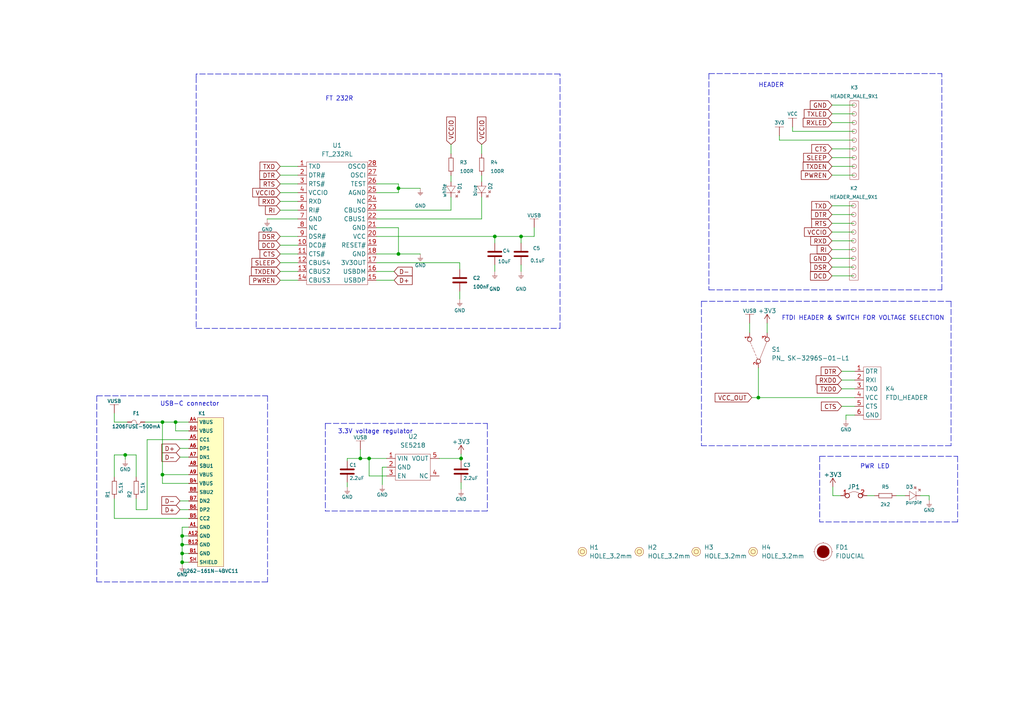
<source format=kicad_sch>
(kicad_sch (version 20210621) (generator eeschema)

  (uuid fb588c6d-e9f3-40b8-9d1c-df57c8e22aef)

  (paper "A4")

  (lib_symbols
    (symbol "e-radionica.com schematics:0402LED" (pin_numbers hide) (pin_names (offset 0.254) hide) (in_bom yes) (on_board yes)
      (property "Reference" "D" (id 0) (at -0.635 2.54 0)
        (effects (font (size 1 1)))
      )
      (property "Value" "0402LED" (id 1) (at 0 -2.54 0)
        (effects (font (size 1 1)))
      )
      (property "Footprint" "e-radionica.com footprinti:0402LED" (id 2) (at 0 5.08 0)
        (effects (font (size 1 1)) hide)
      )
      (property "Datasheet" "" (id 3) (at 0 0 0)
        (effects (font (size 1 1)) hide)
      )
      (symbol "0402LED_0_1"
        (polyline
          (pts
            (xy -0.635 1.27)
            (xy 1.27 0)
          )
          (stroke (width 0.0006)) (fill (type none))
        )
        (polyline
          (pts
            (xy 0.635 1.905)
            (xy 1.27 2.54)
          )
          (stroke (width 0.0006)) (fill (type none))
        )
        (polyline
          (pts
            (xy 1.27 1.27)
            (xy 1.27 -1.27)
          )
          (stroke (width 0.0006)) (fill (type none))
        )
        (polyline
          (pts
            (xy 1.905 1.27)
            (xy 2.54 1.905)
          )
          (stroke (width 0.0006)) (fill (type none))
        )
        (polyline
          (pts
            (xy -0.635 1.27)
            (xy -0.635 -1.27)
            (xy 1.27 0)
          )
          (stroke (width 0.0006)) (fill (type none))
        )
        (polyline
          (pts
            (xy 1.27 2.54)
            (xy 0.635 2.54)
            (xy 1.27 1.905)
            (xy 1.27 2.54)
          )
          (stroke (width 0.0006)) (fill (type none))
        )
        (polyline
          (pts
            (xy 2.54 1.905)
            (xy 1.905 1.905)
            (xy 2.54 1.27)
            (xy 2.54 1.905)
          )
          (stroke (width 0.0006)) (fill (type none))
        )
      )
      (symbol "0402LED_1_1"
        (pin passive line (at -1.905 0 0) (length 1.27)
          (name "A" (effects (font (size 1.27 1.27))))
          (number "1" (effects (font (size 1.27 1.27))))
        )
        (pin passive line (at 2.54 0 180) (length 1.27)
          (name "K" (effects (font (size 1.27 1.27))))
          (number "2" (effects (font (size 1.27 1.27))))
        )
      )
    )
    (symbol "e-radionica.com schematics:0402R" (pin_numbers hide) (pin_names (offset 0.254)) (in_bom yes) (on_board yes)
      (property "Reference" "R" (id 0) (at -1.905 1.27 0)
        (effects (font (size 1 1)))
      )
      (property "Value" "0402R" (id 1) (at 0 -1.27 0)
        (effects (font (size 1 1)))
      )
      (property "Footprint" "e-radionica.com footprinti:0402R" (id 2) (at -2.54 1.905 0)
        (effects (font (size 1 1)) hide)
      )
      (property "Datasheet" "" (id 3) (at -2.54 1.905 0)
        (effects (font (size 1 1)) hide)
      )
      (symbol "0402R_0_1"
        (rectangle (start -1.905 -0.635) (end 1.905 -0.6604)
          (stroke (width 0.1)) (fill (type none))
        )
        (rectangle (start -1.905 0.635) (end -1.8796 -0.635)
          (stroke (width 0.1)) (fill (type none))
        )
        (rectangle (start -1.905 0.635) (end 1.905 0.6096)
          (stroke (width 0.1)) (fill (type none))
        )
        (rectangle (start 1.905 0.635) (end 1.9304 -0.635)
          (stroke (width 0.1)) (fill (type none))
        )
      )
      (symbol "0402R_1_1"
        (pin passive line (at -3.175 0 0) (length 1.27)
          (name "~" (effects (font (size 1.27 1.27))))
          (number "1" (effects (font (size 1.27 1.27))))
        )
        (pin passive line (at 3.175 0 180) (length 1.27)
          (name "~" (effects (font (size 1.27 1.27))))
          (number "2" (effects (font (size 1.27 1.27))))
        )
      )
    )
    (symbol "e-radionica.com schematics:0603C" (pin_numbers hide) (pin_names (offset 0.002)) (in_bom yes) (on_board yes)
      (property "Reference" "C" (id 0) (at -0.635 3.175 0)
        (effects (font (size 1 1)))
      )
      (property "Value" "0603C" (id 1) (at 0 -3.175 0)
        (effects (font (size 1 1)))
      )
      (property "Footprint" "e-radionica.com footprinti:0603C" (id 2) (at 0 0 0)
        (effects (font (size 1 1)) hide)
      )
      (property "Datasheet" "" (id 3) (at 0 0 0)
        (effects (font (size 1 1)) hide)
      )
      (symbol "0603C_0_1"
        (polyline
          (pts
            (xy -0.635 1.905)
            (xy -0.635 -1.905)
          )
          (stroke (width 0.5)) (fill (type none))
        )
        (polyline
          (pts
            (xy 0.635 1.905)
            (xy 0.635 -1.905)
          )
          (stroke (width 0.5)) (fill (type none))
        )
      )
      (symbol "0603C_1_1"
        (pin passive line (at -3.175 0 0) (length 2.54)
          (name "~" (effects (font (size 1.27 1.27))))
          (number "1" (effects (font (size 1.27 1.27))))
        )
        (pin passive line (at 3.175 0 180) (length 2.54)
          (name "~" (effects (font (size 1.27 1.27))))
          (number "2" (effects (font (size 1.27 1.27))))
        )
      )
    )
    (symbol "e-radionica.com schematics:0603R" (pin_numbers hide) (pin_names (offset 0.254)) (in_bom yes) (on_board yes)
      (property "Reference" "R" (id 0) (at -1.905 1.905 0)
        (effects (font (size 1 1)))
      )
      (property "Value" "0603R" (id 1) (at 0 -1.905 0)
        (effects (font (size 1 1)))
      )
      (property "Footprint" "e-radionica.com footprinti:0603R" (id 2) (at -0.635 1.905 0)
        (effects (font (size 1 1)) hide)
      )
      (property "Datasheet" "" (id 3) (at -0.635 1.905 0)
        (effects (font (size 1 1)) hide)
      )
      (symbol "0603R_0_1"
        (rectangle (start -1.905 -0.635) (end 1.905 -0.6604)
          (stroke (width 0.1)) (fill (type none))
        )
        (rectangle (start -1.905 0.635) (end -1.8796 -0.635)
          (stroke (width 0.1)) (fill (type none))
        )
        (rectangle (start -1.905 0.635) (end 1.905 0.6096)
          (stroke (width 0.1)) (fill (type none))
        )
        (rectangle (start 1.905 0.635) (end 1.9304 -0.635)
          (stroke (width 0.1)) (fill (type none))
        )
      )
      (symbol "0603R_1_1"
        (pin passive line (at -3.175 0 0) (length 1.27)
          (name "~" (effects (font (size 1.27 1.27))))
          (number "1" (effects (font (size 1.27 1.27))))
        )
        (pin passive line (at 3.175 0 180) (length 1.27)
          (name "~" (effects (font (size 1.27 1.27))))
          (number "2" (effects (font (size 1.27 1.27))))
        )
      )
    )
    (symbol "e-radionica.com schematics:0603R_1" (pin_numbers hide) (pin_names (offset 0.254)) (in_bom yes) (on_board yes)
      (property "Reference" "R" (id 0) (at -1.905 1.905 0)
        (effects (font (size 1 1)))
      )
      (property "Value" "0603R" (id 1) (at 0 -1.905 0)
        (effects (font (size 1 1)))
      )
      (property "Footprint" "e-radionica.com footprinti:0603R" (id 2) (at -0.635 1.905 0)
        (effects (font (size 1 1)) hide)
      )
      (property "Datasheet" "" (id 3) (at -0.635 1.905 0)
        (effects (font (size 1 1)) hide)
      )
      (symbol "0603R_1_0_1"
        (rectangle (start -1.905 -0.635) (end 1.905 -0.6604)
          (stroke (width 0.1)) (fill (type none))
        )
        (rectangle (start -1.905 0.635) (end -1.8796 -0.635)
          (stroke (width 0.1)) (fill (type none))
        )
        (rectangle (start -1.905 0.635) (end 1.905 0.6096)
          (stroke (width 0.1)) (fill (type none))
        )
        (rectangle (start 1.905 0.635) (end 1.9304 -0.635)
          (stroke (width 0.1)) (fill (type none))
        )
      )
      (symbol "0603R_1_1_1"
        (pin passive line (at -3.175 0 0) (length 1.27)
          (name "~" (effects (font (size 1.27 1.27))))
          (number "1" (effects (font (size 1.27 1.27))))
        )
        (pin passive line (at 3.175 0 180) (length 1.27)
          (name "~" (effects (font (size 1.27 1.27))))
          (number "2" (effects (font (size 1.27 1.27))))
        )
      )
    )
    (symbol "e-radionica.com schematics:0603R_2" (pin_numbers hide) (pin_names (offset 0.254)) (in_bom yes) (on_board yes)
      (property "Reference" "R" (id 0) (at -1.905 1.905 0)
        (effects (font (size 1 1)))
      )
      (property "Value" "0603R" (id 1) (at 0 -1.905 0)
        (effects (font (size 1 1)))
      )
      (property "Footprint" "e-radionica.com footprinti:0603R" (id 2) (at -0.635 1.905 0)
        (effects (font (size 1 1)) hide)
      )
      (property "Datasheet" "" (id 3) (at -0.635 1.905 0)
        (effects (font (size 1 1)) hide)
      )
      (symbol "0603R_2_0_1"
        (rectangle (start -1.905 -0.635) (end 1.905 -0.6604)
          (stroke (width 0.1)) (fill (type none))
        )
        (rectangle (start -1.905 0.635) (end -1.8796 -0.635)
          (stroke (width 0.1)) (fill (type none))
        )
        (rectangle (start -1.905 0.635) (end 1.905 0.6096)
          (stroke (width 0.1)) (fill (type none))
        )
        (rectangle (start 1.905 0.635) (end 1.9304 -0.635)
          (stroke (width 0.1)) (fill (type none))
        )
      )
      (symbol "0603R_2_1_1"
        (pin passive line (at -3.175 0 0) (length 1.27)
          (name "~" (effects (font (size 1.27 1.27))))
          (number "1" (effects (font (size 1.27 1.27))))
        )
        (pin passive line (at 3.175 0 180) (length 1.27)
          (name "~" (effects (font (size 1.27 1.27))))
          (number "2" (effects (font (size 1.27 1.27))))
        )
      )
    )
    (symbol "e-radionica.com schematics:1206C" (pin_numbers hide) (in_bom yes) (on_board yes)
      (property "Reference" "C" (id 0) (at -0.635 3.175 0)
        (effects (font (size 1 1)))
      )
      (property "Value" "1206C" (id 1) (at 0 -3.175 0)
        (effects (font (size 1 1)))
      )
      (property "Footprint" "e-radionica.com footprinti:1206C" (id 2) (at 0 0 0)
        (effects (font (size 1 1)) hide)
      )
      (property "Datasheet" "" (id 3) (at 0 0 0)
        (effects (font (size 1 1)) hide)
      )
      (symbol "1206C_0_1"
        (polyline
          (pts
            (xy -0.635 1.905)
            (xy -0.635 -1.905)
          )
          (stroke (width 0.5)) (fill (type none))
        )
        (polyline
          (pts
            (xy 0.635 1.905)
            (xy 0.635 -1.905)
          )
          (stroke (width 0.5)) (fill (type none))
        )
      )
      (symbol "1206C_1_1"
        (pin passive line (at -3.175 0 0) (length 2.54)
          (name "~" (effects (font (size 1.27 1.27))))
          (number "1" (effects (font (size 1.27 1.27))))
        )
        (pin passive line (at 3.175 0 180) (length 2.54)
          (name "~" (effects (font (size 1.27 1.27))))
          (number "2" (effects (font (size 1.27 1.27))))
        )
      )
    )
    (symbol "e-radionica.com schematics:1206FUSE" (pin_numbers hide) (pin_names hide) (in_bom yes) (on_board yes)
      (property "Reference" "F" (id 0) (at -1.27 1.905 0)
        (effects (font (size 1 1)))
      )
      (property "Value" "1206FUSE" (id 1) (at 0 -1.905 0)
        (effects (font (size 1 1)))
      )
      (property "Footprint" "e-radionica.com footprinti:1206FUSE" (id 2) (at 0 0 0)
        (effects (font (size 1 1)) hide)
      )
      (property "Datasheet" "" (id 3) (at 0 0 0)
        (effects (font (size 1 1)) hide)
      )
      (symbol "1206FUSE_0_1"
        (arc (start -1.27 0) (end 0 0) (radius (at -0.635 -0.0391) (length 0.6362) (angles 176.5 3.5))
          (stroke (width 0.0006)) (fill (type none))
        )
        (arc (start 0 0) (end 1.27 0) (radius (at 0.635 0.0113) (length 0.6351) (angles -179 -1))
          (stroke (width 0.0006)) (fill (type none))
        )
      )
      (symbol "1206FUSE_1_1"
        (pin passive line (at -2.54 0 0) (length 1.27)
          (name "~" (effects (font (size 1 1))))
          (number "1" (effects (font (size 1 1))))
        )
        (pin passive line (at 2.54 0 180) (length 1.27)
          (name "~" (effects (font (size 1 1))))
          (number "2" (effects (font (size 1 1))))
        )
      )
    )
    (symbol "e-radionica.com schematics:3V3" (power) (pin_names (offset 0)) (in_bom yes) (on_board yes)
      (property "Reference" "#PWR" (id 0) (at 4.445 0 0)
        (effects (font (size 1 1)) hide)
      )
      (property "Value" "3V3" (id 1) (at 0 3.556 0)
        (effects (font (size 1 1)))
      )
      (property "Footprint" "" (id 2) (at 4.445 3.81 0)
        (effects (font (size 1 1)) hide)
      )
      (property "Datasheet" "" (id 3) (at 4.445 3.81 0)
        (effects (font (size 1 1)) hide)
      )
      (property "ki_keywords" "power-flag" (id 4) (at 0 0 0)
        (effects (font (size 1.27 1.27)) hide)
      )
      (property "ki_description" "Power symbol creates a global label with name \"3V3\"" (id 5) (at 0 0 0)
        (effects (font (size 1.27 1.27)) hide)
      )
      (symbol "3V3_0_1"
        (polyline
          (pts
            (xy -1.27 2.54)
            (xy 1.27 2.54)
          )
          (stroke (width 0.0006)) (fill (type none))
        )
        (polyline
          (pts
            (xy 0 0)
            (xy 0 2.54)
          )
          (stroke (width 0)) (fill (type none))
        )
      )
      (symbol "3V3_1_1"
        (pin power_in line (at 0 0 90) (length 0) hide
          (name "3V3" (effects (font (size 1.27 1.27))))
          (number "1" (effects (font (size 1.27 1.27))))
        )
      )
    )
    (symbol "e-radionica.com schematics:FIDUCIAL" (in_bom no) (on_board yes)
      (property "Reference" "FD" (id 0) (at 0 3.81 0)
        (effects (font (size 1.27 1.27)))
      )
      (property "Value" "FIDUCIAL" (id 1) (at 0 -3.81 0)
        (effects (font (size 1.27 1.27)))
      )
      (property "Footprint" "e-radionica.com footprinti:FIDUCIAL_23" (id 2) (at 0.254 -5.334 0)
        (effects (font (size 1.27 1.27)) hide)
      )
      (property "Datasheet" "" (id 3) (at 0 0 0)
        (effects (font (size 1.27 1.27)) hide)
      )
      (symbol "FIDUCIAL_0_1"
        (circle (center 0 0) (radius 2.54) (stroke (width 0.0006)) (fill (type none)))
        (circle (center 0 0) (radius 1.7961) (stroke (width 0.001)) (fill (type outline)))
        (polyline
          (pts
            (xy -2.54 0)
            (xy -2.794 0)
          )
          (stroke (width 0.0006)) (fill (type none))
        )
        (polyline
          (pts
            (xy 0 -2.54)
            (xy 0 -2.794)
          )
          (stroke (width 0.0006)) (fill (type none))
        )
        (polyline
          (pts
            (xy 0 2.54)
            (xy 0 2.794)
          )
          (stroke (width 0.0006)) (fill (type none))
        )
        (polyline
          (pts
            (xy 2.54 0)
            (xy 2.794 0)
          )
          (stroke (width 0.0006)) (fill (type none))
        )
      )
    )
    (symbol "e-radionica.com schematics:FTDI_HEADER" (in_bom yes) (on_board yes)
      (property "Reference" "K" (id 0) (at -1.27 8.89 0)
        (effects (font (size 1.27 1.27)))
      )
      (property "Value" "FTDI_HEADER" (id 1) (at 0 -8.89 0)
        (effects (font (size 1.27 1.27)))
      )
      (property "Footprint" "e-radionica.com footprinti:HEADER_MALE_6X1" (id 2) (at 1.27 -11.43 0)
        (effects (font (size 1.27 1.27)) hide)
      )
      (property "Datasheet" "" (id 3) (at 2.54 0 0)
        (effects (font (size 1.27 1.27)) hide)
      )
      (symbol "FTDI_HEADER_0_1"
        (rectangle (start -2.54 7.62) (end 2.54 -7.62)
          (stroke (width 0.0006)) (fill (type none))
        )
      )
      (symbol "FTDI_HEADER_1_1"
        (pin bidirectional line (at -5.08 6.35 0) (length 2.54)
          (name "DTR" (effects (font (size 1.27 1.27))))
          (number "1" (effects (font (size 1.27 1.27))))
        )
        (pin bidirectional line (at -5.08 3.81 0) (length 2.54)
          (name "RXI" (effects (font (size 1.27 1.27))))
          (number "2" (effects (font (size 1.27 1.27))))
        )
        (pin bidirectional line (at -5.08 1.27 0) (length 2.54)
          (name "TXO" (effects (font (size 1.27 1.27))))
          (number "3" (effects (font (size 1.27 1.27))))
        )
        (pin power_in line (at -5.08 -1.27 0) (length 2.54)
          (name "VCC" (effects (font (size 1.27 1.27))))
          (number "4" (effects (font (size 1.27 1.27))))
        )
        (pin bidirectional line (at -5.08 -3.81 0) (length 2.54)
          (name "CTS" (effects (font (size 1.27 1.27))))
          (number "5" (effects (font (size 1.27 1.27))))
        )
        (pin power_in line (at -5.08 -6.35 0) (length 2.54)
          (name "GND" (effects (font (size 1.27 1.27))))
          (number "6" (effects (font (size 1.27 1.27))))
        )
      )
    )
    (symbol "e-radionica.com schematics:FT_232RL" (in_bom yes) (on_board yes)
      (property "Reference" "U" (id 0) (at -7.62 20.32 0)
        (effects (font (size 1.27 1.27)))
      )
      (property "Value" "FT_232RL" (id 1) (at 0 -20.32 0)
        (effects (font (size 1.27 1.27)))
      )
      (property "Footprint" "e-radionica.com footprinti:FT232RL" (id 2) (at -5.08 -3.81 0)
        (effects (font (size 1.27 1.27)) hide)
      )
      (property "Datasheet" "" (id 3) (at -5.08 -3.81 0)
        (effects (font (size 1.27 1.27)) hide)
      )
      (symbol "FT_232RL_0_1"
        (rectangle (start -8.89 17.78) (end 8.89 -17.78)
          (stroke (width 0.0006)) (fill (type none))
        )
      )
      (symbol "FT_232RL_1_1"
        (pin input line (at -11.43 16.51 0) (length 2.54)
          (name "TXD" (effects (font (size 1.27 1.27))))
          (number "1" (effects (font (size 1.27 1.27))))
        )
        (pin input line (at -11.43 -6.35 0) (length 2.54)
          (name "DCD#" (effects (font (size 1.27 1.27))))
          (number "10" (effects (font (size 1.27 1.27))))
        )
        (pin input line (at -11.43 -8.89 0) (length 2.54)
          (name "CTS#" (effects (font (size 1.27 1.27))))
          (number "11" (effects (font (size 1.27 1.27))))
        )
        (pin input line (at -11.43 -11.43 0) (length 2.54)
          (name "CBUS4" (effects (font (size 1.27 1.27))))
          (number "12" (effects (font (size 1.27 1.27))))
        )
        (pin input line (at -11.43 -13.97 0) (length 2.54)
          (name "CBUS2" (effects (font (size 1.27 1.27))))
          (number "13" (effects (font (size 1.27 1.27))))
        )
        (pin input line (at -11.43 -16.51 0) (length 2.54)
          (name "CBUS3" (effects (font (size 1.27 1.27))))
          (number "14" (effects (font (size 1.27 1.27))))
        )
        (pin input line (at 11.43 -16.51 180) (length 2.54)
          (name "USBDP" (effects (font (size 1.27 1.27))))
          (number "15" (effects (font (size 1.27 1.27))))
        )
        (pin input line (at 11.43 -13.97 180) (length 2.54)
          (name "USBDM" (effects (font (size 1.27 1.27))))
          (number "16" (effects (font (size 1.27 1.27))))
        )
        (pin input line (at 11.43 -11.43 180) (length 2.54)
          (name "3V3OUT" (effects (font (size 1.27 1.27))))
          (number "17" (effects (font (size 1.27 1.27))))
        )
        (pin input line (at 11.43 -8.89 180) (length 2.54)
          (name "GND" (effects (font (size 1.27 1.27))))
          (number "18" (effects (font (size 1.27 1.27))))
        )
        (pin input line (at 11.43 -6.35 180) (length 2.54)
          (name "RESET#" (effects (font (size 1.27 1.27))))
          (number "19" (effects (font (size 1.27 1.27))))
        )
        (pin input line (at -11.43 13.97 0) (length 2.54)
          (name "DTR#" (effects (font (size 1.27 1.27))))
          (number "2" (effects (font (size 1.27 1.27))))
        )
        (pin input line (at 11.43 -3.81 180) (length 2.54)
          (name "VCC" (effects (font (size 1.27 1.27))))
          (number "20" (effects (font (size 1.27 1.27))))
        )
        (pin input line (at 11.43 -1.27 180) (length 2.54)
          (name "GND" (effects (font (size 1.27 1.27))))
          (number "21" (effects (font (size 1.27 1.27))))
        )
        (pin input line (at 11.43 1.27 180) (length 2.54)
          (name "CBUS1" (effects (font (size 1.27 1.27))))
          (number "22" (effects (font (size 1.27 1.27))))
        )
        (pin input line (at 11.43 3.81 180) (length 2.54)
          (name "CBUS0" (effects (font (size 1.27 1.27))))
          (number "23" (effects (font (size 1.27 1.27))))
        )
        (pin input line (at 11.43 6.35 180) (length 2.54)
          (name "NC" (effects (font (size 1.27 1.27))))
          (number "24" (effects (font (size 1.27 1.27))))
        )
        (pin input line (at 11.43 8.89 180) (length 2.54)
          (name "AGND" (effects (font (size 1.27 1.27))))
          (number "25" (effects (font (size 1.27 1.27))))
        )
        (pin input line (at 11.43 11.43 180) (length 2.54)
          (name "TEST" (effects (font (size 1.27 1.27))))
          (number "26" (effects (font (size 1.27 1.27))))
        )
        (pin input line (at 11.43 13.97 180) (length 2.54)
          (name "OSCI" (effects (font (size 1.27 1.27))))
          (number "27" (effects (font (size 1.27 1.27))))
        )
        (pin input line (at 11.43 16.51 180) (length 2.54)
          (name "OSCO" (effects (font (size 1.27 1.27))))
          (number "28" (effects (font (size 1.27 1.27))))
        )
        (pin input line (at -11.43 11.43 0) (length 2.54)
          (name "RTS#" (effects (font (size 1.27 1.27))))
          (number "3" (effects (font (size 1.27 1.27))))
        )
        (pin input line (at -11.43 8.89 0) (length 2.54)
          (name "VCCIO" (effects (font (size 1.27 1.27))))
          (number "4" (effects (font (size 1.27 1.27))))
        )
        (pin input line (at -11.43 6.35 0) (length 2.54)
          (name "RXD" (effects (font (size 1.27 1.27))))
          (number "5" (effects (font (size 1.27 1.27))))
        )
        (pin input line (at -11.43 3.81 0) (length 2.54)
          (name "RI#" (effects (font (size 1.27 1.27))))
          (number "6" (effects (font (size 1.27 1.27))))
        )
        (pin input line (at -11.43 1.27 0) (length 2.54)
          (name "GND" (effects (font (size 1.27 1.27))))
          (number "7" (effects (font (size 1.27 1.27))))
        )
        (pin input line (at -11.43 -1.27 0) (length 2.54)
          (name "NC" (effects (font (size 1.27 1.27))))
          (number "8" (effects (font (size 1.27 1.27))))
        )
        (pin input line (at -11.43 -3.81 0) (length 2.54)
          (name "DSR#" (effects (font (size 1.27 1.27))))
          (number "9" (effects (font (size 1.27 1.27))))
        )
      )
    )
    (symbol "e-radionica.com schematics:GND" (power) (pin_names (offset 0)) (in_bom yes) (on_board yes)
      (property "Reference" "#PWR" (id 0) (at 4.445 0 0)
        (effects (font (size 1 1)) hide)
      )
      (property "Value" "GND" (id 1) (at 0 -2.921 0)
        (effects (font (size 1 1)))
      )
      (property "Footprint" "" (id 2) (at 4.445 3.81 0)
        (effects (font (size 1 1)) hide)
      )
      (property "Datasheet" "" (id 3) (at 4.445 3.81 0)
        (effects (font (size 1 1)) hide)
      )
      (property "ki_keywords" "power-flag" (id 4) (at 0 0 0)
        (effects (font (size 1.27 1.27)) hide)
      )
      (property "ki_description" "Power symbol creates a global label with name \"GND\"" (id 5) (at 0 0 0)
        (effects (font (size 1.27 1.27)) hide)
      )
      (symbol "GND_0_1"
        (polyline
          (pts
            (xy -0.762 -1.27)
            (xy 0.762 -1.27)
          )
          (stroke (width 0.0006)) (fill (type none))
        )
        (polyline
          (pts
            (xy -0.635 -1.524)
            (xy 0.635 -1.524)
          )
          (stroke (width 0.0006)) (fill (type none))
        )
        (polyline
          (pts
            (xy -0.381 -1.778)
            (xy 0.381 -1.778)
          )
          (stroke (width 0.0006)) (fill (type none))
        )
        (polyline
          (pts
            (xy -0.127 -2.032)
            (xy 0.127 -2.032)
          )
          (stroke (width 0.0006)) (fill (type none))
        )
        (polyline
          (pts
            (xy 0 0)
            (xy 0 -1.27)
          )
          (stroke (width 0.0006)) (fill (type none))
        )
      )
      (symbol "GND_1_1"
        (pin power_in line (at 0 0 270) (length 0) hide
          (name "GND" (effects (font (size 1.27 1.27))))
          (number "1" (effects (font (size 1.27 1.27))))
        )
      )
    )
    (symbol "e-radionica.com schematics:GND_1" (power) (pin_names (offset 0)) (in_bom yes) (on_board yes)
      (property "Reference" "#PWR" (id 0) (at 4.445 0 0)
        (effects (font (size 1 1)) hide)
      )
      (property "Value" "GND" (id 1) (at 0 -2.921 0)
        (effects (font (size 1 1)))
      )
      (property "Footprint" "" (id 2) (at 4.445 3.81 0)
        (effects (font (size 1 1)) hide)
      )
      (property "Datasheet" "" (id 3) (at 4.445 3.81 0)
        (effects (font (size 1 1)) hide)
      )
      (property "ki_keywords" "power-flag" (id 4) (at 0 0 0)
        (effects (font (size 1.27 1.27)) hide)
      )
      (property "ki_description" "Power symbol creates a global label with name \"+3V3\"" (id 5) (at 0 0 0)
        (effects (font (size 1.27 1.27)) hide)
      )
      (symbol "GND_1_0_1"
        (polyline
          (pts
            (xy -0.762 -1.27)
            (xy 0.762 -1.27)
          )
          (stroke (width 0.0006)) (fill (type none))
        )
        (polyline
          (pts
            (xy -0.635 -1.524)
            (xy 0.635 -1.524)
          )
          (stroke (width 0.0006)) (fill (type none))
        )
        (polyline
          (pts
            (xy -0.381 -1.778)
            (xy 0.381 -1.778)
          )
          (stroke (width 0.0006)) (fill (type none))
        )
        (polyline
          (pts
            (xy -0.127 -2.032)
            (xy 0.127 -2.032)
          )
          (stroke (width 0.0006)) (fill (type none))
        )
        (polyline
          (pts
            (xy 0 0)
            (xy 0 -1.27)
          )
          (stroke (width 0.0006)) (fill (type none))
        )
      )
      (symbol "GND_1_1_1"
        (pin power_in line (at 0 0 270) (length 0) hide
          (name "GND" (effects (font (size 1.27 1.27))))
          (number "1" (effects (font (size 1.27 1.27))))
        )
      )
    )
    (symbol "e-radionica.com schematics:GND_3" (power) (pin_names (offset 0)) (in_bom yes) (on_board yes)
      (property "Reference" "#PWR" (id 0) (at 4.445 0 0)
        (effects (font (size 1 1)) hide)
      )
      (property "Value" "GND" (id 1) (at 0 -2.921 0)
        (effects (font (size 1 1)))
      )
      (property "Footprint" "" (id 2) (at 4.445 3.81 0)
        (effects (font (size 1 1)) hide)
      )
      (property "Datasheet" "" (id 3) (at 4.445 3.81 0)
        (effects (font (size 1 1)) hide)
      )
      (property "ki_keywords" "power-flag" (id 4) (at 0 0 0)
        (effects (font (size 1.27 1.27)) hide)
      )
      (property "ki_description" "Power symbol creates a global label with name \"+3V3\"" (id 5) (at 0 0 0)
        (effects (font (size 1.27 1.27)) hide)
      )
      (symbol "GND_3_0_1"
        (polyline
          (pts
            (xy -0.762 -1.27)
            (xy 0.762 -1.27)
          )
          (stroke (width 0.0006)) (fill (type none))
        )
        (polyline
          (pts
            (xy -0.635 -1.524)
            (xy 0.635 -1.524)
          )
          (stroke (width 0.0006)) (fill (type none))
        )
        (polyline
          (pts
            (xy -0.381 -1.778)
            (xy 0.381 -1.778)
          )
          (stroke (width 0.0006)) (fill (type none))
        )
        (polyline
          (pts
            (xy -0.127 -2.032)
            (xy 0.127 -2.032)
          )
          (stroke (width 0.0006)) (fill (type none))
        )
        (polyline
          (pts
            (xy 0 0)
            (xy 0 -1.27)
          )
          (stroke (width 0.0006)) (fill (type none))
        )
      )
      (symbol "GND_3_1_1"
        (pin power_in line (at 0 0 270) (length 0) hide
          (name "GND" (effects (font (size 1.27 1.27))))
          (number "1" (effects (font (size 1.27 1.27))))
        )
      )
    )
    (symbol "e-radionica.com schematics:GND_5" (power) (pin_names (offset 0)) (in_bom yes) (on_board yes)
      (property "Reference" "#PWR" (id 0) (at 4.445 0 0)
        (effects (font (size 1 1)) hide)
      )
      (property "Value" "GND" (id 1) (at 0 -2.921 0)
        (effects (font (size 1 1)))
      )
      (property "Footprint" "" (id 2) (at 4.445 3.81 0)
        (effects (font (size 1 1)) hide)
      )
      (property "Datasheet" "" (id 3) (at 4.445 3.81 0)
        (effects (font (size 1 1)) hide)
      )
      (property "ki_keywords" "power-flag" (id 4) (at 0 0 0)
        (effects (font (size 1.27 1.27)) hide)
      )
      (property "ki_description" "Power symbol creates a global label with name \"+3V3\"" (id 5) (at 0 0 0)
        (effects (font (size 1.27 1.27)) hide)
      )
      (symbol "GND_5_0_1"
        (polyline
          (pts
            (xy -0.762 -1.27)
            (xy 0.762 -1.27)
          )
          (stroke (width 0.0006)) (fill (type none))
        )
        (polyline
          (pts
            (xy -0.635 -1.524)
            (xy 0.635 -1.524)
          )
          (stroke (width 0.0006)) (fill (type none))
        )
        (polyline
          (pts
            (xy -0.381 -1.778)
            (xy 0.381 -1.778)
          )
          (stroke (width 0.0006)) (fill (type none))
        )
        (polyline
          (pts
            (xy -0.127 -2.032)
            (xy 0.127 -2.032)
          )
          (stroke (width 0.0006)) (fill (type none))
        )
        (polyline
          (pts
            (xy 0 0)
            (xy 0 -1.27)
          )
          (stroke (width 0.0006)) (fill (type none))
        )
      )
      (symbol "GND_5_1_1"
        (pin power_in line (at 0 0 270) (length 0) hide
          (name "GND" (effects (font (size 1.27 1.27))))
          (number "1" (effects (font (size 1.27 1.27))))
        )
      )
    )
    (symbol "e-radionica.com schematics:HEADER_MALE_9X1" (pin_numbers hide) (pin_names hide) (in_bom yes) (on_board yes)
      (property "Reference" "K" (id 0) (at -0.635 12.7 0)
        (effects (font (size 1 1)))
      )
      (property "Value" "HEADER_MALE_9X1" (id 1) (at 0.635 -12.7 0)
        (effects (font (size 1 1)))
      )
      (property "Footprint" "e-radionica.com footprinti:HEADER_MALE_9X1" (id 2) (at 0 0 0)
        (effects (font (size 1 1)) hide)
      )
      (property "Datasheet" "" (id 3) (at 0 0 0)
        (effects (font (size 1 1)) hide)
      )
      (symbol "HEADER_MALE_9X1_0_1"
        (circle (center 0 -10.16) (radius 0.635) (stroke (width 0.0006)) (fill (type none)))
        (circle (center 0 -7.62) (radius 0.635) (stroke (width 0.0006)) (fill (type none)))
        (circle (center 0 -5.08) (radius 0.635) (stroke (width 0.0006)) (fill (type none)))
        (circle (center 0 -2.54) (radius 0.635) (stroke (width 0.0006)) (fill (type none)))
        (circle (center 0 0) (radius 0.635) (stroke (width 0.0006)) (fill (type none)))
        (circle (center 0 2.54) (radius 0.635) (stroke (width 0.0006)) (fill (type none)))
        (circle (center 0 5.08) (radius 0.635) (stroke (width 0.0006)) (fill (type none)))
        (circle (center 0 7.62) (radius 0.635) (stroke (width 0.0006)) (fill (type none)))
        (circle (center 0 10.16) (radius 0.635) (stroke (width 0.0006)) (fill (type none)))
        (rectangle (start 1.27 -11.43) (end -1.27 11.43)
          (stroke (width 0.0006)) (fill (type none))
        )
      )
      (symbol "HEADER_MALE_9X1_1_1"
        (pin passive line (at 0 -10.16 180) (length 0)
          (name "~" (effects (font (size 0.991 0.991))))
          (number "1" (effects (font (size 0.991 0.991))))
        )
        (pin passive line (at 0 -7.62 180) (length 0)
          (name "~" (effects (font (size 0.991 0.991))))
          (number "2" (effects (font (size 0.991 0.991))))
        )
        (pin passive line (at 0 -5.08 180) (length 0)
          (name "~" (effects (font (size 0.991 0.991))))
          (number "3" (effects (font (size 0.991 0.991))))
        )
        (pin passive line (at 0 -2.54 180) (length 0)
          (name "~" (effects (font (size 0.991 0.991))))
          (number "4" (effects (font (size 0.991 0.991))))
        )
        (pin passive line (at 0 0 180) (length 0)
          (name "~" (effects (font (size 0.991 0.991))))
          (number "5" (effects (font (size 0.991 0.991))))
        )
        (pin passive line (at 0 2.54 180) (length 0)
          (name "~" (effects (font (size 0.991 0.991))))
          (number "6" (effects (font (size 0.991 0.991))))
        )
        (pin passive line (at 0 5.08 180) (length 0)
          (name "~" (effects (font (size 0.991 0.991))))
          (number "7" (effects (font (size 0.991 0.991))))
        )
        (pin passive line (at 0 7.62 180) (length 0)
          (name "~" (effects (font (size 0.991 0.991))))
          (number "8" (effects (font (size 0.991 0.991))))
        )
        (pin passive line (at 0 10.16 180) (length 0)
          (name "~" (effects (font (size 0.991 0.991))))
          (number "9" (effects (font (size 0.991 0.991))))
        )
      )
    )
    (symbol "e-radionica.com schematics:HOLE_3.2mm" (pin_numbers hide) (pin_names hide) (in_bom yes) (on_board yes)
      (property "Reference" "H" (id 0) (at 0 2.54 0)
        (effects (font (size 1.27 1.27)))
      )
      (property "Value" "HOLE_3.2mm" (id 1) (at 0 -2.54 0)
        (effects (font (size 1.27 1.27)))
      )
      (property "Footprint" "e-radionica.com footprinti:HOLE_3.2mm" (id 2) (at 0 0 0)
        (effects (font (size 1.27 1.27)) hide)
      )
      (property "Datasheet" "" (id 3) (at 0 0 0)
        (effects (font (size 1.27 1.27)) hide)
      )
      (symbol "HOLE_3.2mm_0_1"
        (circle (center 0 0) (radius 0.635) (stroke (width 0.0006)) (fill (type none)))
        (circle (center 0 0) (radius 1.27) (stroke (width 0.001)) (fill (type background)))
      )
    )
    (symbol "e-radionica.com schematics:PN_ SK-3296S-01-L1" (in_bom yes) (on_board yes)
      (property "Reference" "S" (id 0) (at 0 7.62 0)
        (effects (font (size 1.27 1.27)))
      )
      (property "Value" "PN_ SK-3296S-01-L1" (id 1) (at 0 -6.35 0)
        (effects (font (size 1.27 1.27)))
      )
      (property "Footprint" "e-radionica.com footprinti:SWITCH_ON_OFF_ON_3296" (id 2) (at -0.762 0 0)
        (effects (font (size 1.27 1.27)) hide)
      )
      (property "Datasheet" "" (id 3) (at -0.762 0 0)
        (effects (font (size 1.27 1.27)) hide)
      )
      (property "ki_keywords" "SMD SWITCH    SMD SWITCH" (id 4) (at 0 0 0)
        (effects (font (size 1.27 1.27)) hide)
      )
      (symbol "PN_ SK-3296S-01-L1_0_1"
        (polyline
          (pts
            (xy -2.8956 -0.381)
            (xy 2.2606 -2.4384)
          )
          (stroke (width 0.0006)) (fill (type none))
        )
        (polyline
          (pts
            (xy -2.8194 0.254)
            (xy -2.2098 0.508)
          )
          (stroke (width 0.0006)) (fill (type none))
        )
        (polyline
          (pts
            (xy -1.8542 0.6604)
            (xy -1.3208 0.889)
          )
          (stroke (width 0.0006)) (fill (type none))
        )
        (polyline
          (pts
            (xy -0.9398 1.0414)
            (xy -0.254 1.3462)
          )
          (stroke (width 0.0006)) (fill (type none))
        )
        (polyline
          (pts
            (xy 0 1.4478)
            (xy 0.5842 1.7018)
          )
          (stroke (width 0.0006)) (fill (type none))
        )
        (polyline
          (pts
            (xy 0.8636 1.8288)
            (xy 1.3462 2.032)
          )
          (stroke (width 0.0006)) (fill (type none))
        )
        (polyline
          (pts
            (xy 1.6002 2.1336)
            (xy 2.159 2.3876)
            (xy 2.1336 2.3876)
          )
          (stroke (width 0.0006)) (fill (type none))
        )
      )
      (symbol "PN_ SK-3296S-01-L1_1_1"
        (pin input inverted (at 4.826 2.54 180) (length 2.54)
          (name "" (effects (font (size 1 1))))
          (number "1" (effects (font (size 1 1))))
        )
        (pin input inverted (at -5.334 0 0) (length 2.54)
          (name "" (effects (font (size 1 1))))
          (number "2" (effects (font (size 1 1))))
        )
        (pin input inverted (at 4.826 -2.54 180) (length 2.54)
          (name "" (effects (font (size 1 1))))
          (number "3" (effects (font (size 1 1))))
        )
      )
    )
    (symbol "e-radionica.com schematics:SE5218" (in_bom yes) (on_board yes)
      (property "Reference" "U" (id 0) (at -3.81 5.08 0)
        (effects (font (size 1.27 1.27)))
      )
      (property "Value" "SE5218" (id 1) (at 0 -5.08 0)
        (effects (font (size 1.27 1.27)))
      )
      (property "Footprint" "e-radionica.com footprinti:SOT-23-5" (id 2) (at 0 0 0)
        (effects (font (size 1.27 1.27)) hide)
      )
      (property "Datasheet" "" (id 3) (at 0 0 0)
        (effects (font (size 1.27 1.27)) hide)
      )
      (symbol "SE5218_0_1"
        (rectangle (start -5.08 3.81) (end 5.08 -3.81)
          (stroke (width 0.0006)) (fill (type none))
        )
      )
      (symbol "SE5218_1_1"
        (pin power_in line (at -7.62 2.54 0) (length 2.54)
          (name "VIN" (effects (font (size 1.27 1.27))))
          (number "1" (effects (font (size 1.27 1.27))))
        )
        (pin power_in line (at -7.62 0 0) (length 2.54)
          (name "GND" (effects (font (size 1.27 1.27))))
          (number "2" (effects (font (size 1.27 1.27))))
        )
        (pin input line (at -7.62 -2.54 0) (length 2.54)
          (name "EN" (effects (font (size 1.27 1.27))))
          (number "3" (effects (font (size 1.27 1.27))))
        )
        (pin passive line (at 7.62 -2.54 180) (length 2.54)
          (name "NC" (effects (font (size 1.27 1.27))))
          (number "4" (effects (font (size 1.27 1.27))))
        )
        (pin power_out line (at 7.62 2.54 180) (length 2.54)
          (name "VOUT" (effects (font (size 1.27 1.27))))
          (number "5" (effects (font (size 1.27 1.27))))
        )
      )
    )
    (symbol "e-radionica.com schematics:SMD-JUMPER-CONNECTED_TRACE_SLODERMASK" (in_bom yes) (on_board yes)
      (property "Reference" "JP" (id 0) (at 0 3.556 0)
        (effects (font (size 1.27 1.27)))
      )
      (property "Value" "SMD-JUMPER-CONNECTED_TRACE_SLODERMASK" (id 1) (at 0 -2.54 0)
        (effects (font (size 1.27 1.27)))
      )
      (property "Footprint" "e-radionica.com footprinti:SMD-JUMPER-CONNECTED_TRACE_SLODERMASK" (id 2) (at 0 -5.715 0)
        (effects (font (size 1.27 1.27)) hide)
      )
      (property "Datasheet" "" (id 3) (at 0 0 0)
        (effects (font (size 1.27 1.27)) hide)
      )
      (symbol "SMD-JUMPER-CONNECTED_TRACE_SLODERMASK_0_1"
        (arc (start -1.8034 0.5588) (end 1.397 0.5842) (radius (at -0.1875 -1.4124) (length 2.5489) (angles 129.3 51.6))
          (stroke (width 0.0006)) (fill (type none))
        )
      )
      (symbol "SMD-JUMPER-CONNECTED_TRACE_SLODERMASK_1_1"
        (pin passive inverted (at -4.064 0 0) (length 2.54)
          (name "" (effects (font (size 1.27 1.27))))
          (number "1" (effects (font (size 1.27 1.27))))
        )
        (pin passive inverted (at 3.556 0 180) (length 2.54)
          (name "" (effects (font (size 1.27 1.27))))
          (number "2" (effects (font (size 1.27 1.27))))
        )
      )
    )
    (symbol "e-radionica.com schematics:U262-161N-4BVC11" (in_bom yes) (on_board yes)
      (property "Reference" "K" (id 0) (at 0 22.86 0)
        (effects (font (size 1 1)))
      )
      (property "Value" "U262-161N-4BVC11" (id 1) (at 2.54 -22.86 0)
        (effects (font (size 1 1)))
      )
      (property "Footprint" "e-radionica.com footprinti:U262-161N-4BVC11" (id 2) (at 1.27 -3.81 0)
        (effects (font (size 1 1)) hide)
      )
      (property "Datasheet" "" (id 3) (at 1.27 -3.81 0)
        (effects (font (size 1 1)) hide)
      )
      (property "ki_keywords" "USBC USB-C USB" (id 4) (at 0 0 0)
        (effects (font (size 1.27 1.27)) hide)
      )
      (symbol "U262-161N-4BVC11_0_1"
        (rectangle (start -1.27 21.59) (end 6.35 -21.59)
          (stroke (width 0.001)) (fill (type background))
        )
      )
      (symbol "U262-161N-4BVC11_1_1"
        (pin passive line (at -3.81 -10.16 0) (length 2.54)
          (name "GND" (effects (font (size 1 1))))
          (number "A1" (effects (font (size 1 1))))
        )
        (pin passive line (at -3.81 -12.7 0) (length 2.54)
          (name "GND" (effects (font (size 1 1))))
          (number "A12" (effects (font (size 1 1))))
        )
        (pin passive line (at -3.81 20.32 0) (length 2.54)
          (name "VBUS" (effects (font (size 1 1))))
          (number "A4" (effects (font (size 1 1))))
        )
        (pin passive line (at -3.81 15.24 0) (length 2.54)
          (name "CC1" (effects (font (size 1 1))))
          (number "A5" (effects (font (size 1 1))))
        )
        (pin passive line (at -3.81 12.7 0) (length 2.54)
          (name "DP1" (effects (font (size 1 1))))
          (number "A6" (effects (font (size 1 1))))
        )
        (pin passive line (at -3.81 10.16 0) (length 2.54)
          (name "DN1" (effects (font (size 1 1))))
          (number "A7" (effects (font (size 1 1))))
        )
        (pin passive line (at -3.81 7.62 0) (length 2.54)
          (name "SBU1" (effects (font (size 1 1))))
          (number "A8" (effects (font (size 1 1))))
        )
        (pin passive line (at -3.81 5.08 0) (length 2.54)
          (name "VBUS" (effects (font (size 1 1))))
          (number "A9" (effects (font (size 1 1))))
        )
        (pin passive line (at -3.81 -17.78 0) (length 2.54)
          (name "GND" (effects (font (size 1 1))))
          (number "B1" (effects (font (size 1 1))))
        )
        (pin passive line (at -3.81 -15.24 0) (length 2.54)
          (name "GND" (effects (font (size 1 1))))
          (number "B12" (effects (font (size 1 1))))
        )
        (pin passive line (at -3.81 2.54 0) (length 2.54)
          (name "VBUS" (effects (font (size 1 1))))
          (number "B4" (effects (font (size 1 1))))
        )
        (pin passive line (at -3.81 -7.62 0) (length 2.54)
          (name "CC2" (effects (font (size 1 1))))
          (number "B5" (effects (font (size 1 1))))
        )
        (pin passive line (at -3.81 -5.08 0) (length 2.54)
          (name "DP2" (effects (font (size 1 1))))
          (number "B6" (effects (font (size 1 1))))
        )
        (pin passive line (at -3.81 -2.54 0) (length 2.54)
          (name "DN2" (effects (font (size 1 1))))
          (number "B7" (effects (font (size 1 1))))
        )
        (pin passive line (at -3.81 0 0) (length 2.54)
          (name "SBU2" (effects (font (size 1 1))))
          (number "B8" (effects (font (size 1 1))))
        )
        (pin passive line (at -3.81 17.78 0) (length 2.54)
          (name "VBUS" (effects (font (size 1 1))))
          (number "B9" (effects (font (size 1 1))))
        )
        (pin passive line (at -3.81 -20.32 0) (length 2.54)
          (name "SHIELD" (effects (font (size 1 1))))
          (number "SH" (effects (font (size 1 1))))
        )
      )
    )
    (symbol "e-radionica.com schematics:VCC" (power) (pin_names (offset 0)) (in_bom yes) (on_board yes)
      (property "Reference" "#PWR" (id 0) (at 4.445 0 0)
        (effects (font (size 1 1)) hide)
      )
      (property "Value" "VCC" (id 1) (at 0 3.556 0)
        (effects (font (size 1 1)))
      )
      (property "Footprint" "" (id 2) (at 4.445 3.81 0)
        (effects (font (size 1 1)) hide)
      )
      (property "Datasheet" "" (id 3) (at 4.445 3.81 0)
        (effects (font (size 1 1)) hide)
      )
      (property "ki_keywords" "power-flag" (id 4) (at 0 0 0)
        (effects (font (size 1.27 1.27)) hide)
      )
      (property "ki_description" "Power symbol creates a global label with name \"VCC\"" (id 5) (at 0 0 0)
        (effects (font (size 1.27 1.27)) hide)
      )
      (symbol "VCC_0_1"
        (polyline
          (pts
            (xy -1.27 2.54)
            (xy 1.27 2.54)
          )
          (stroke (width 0.0006)) (fill (type none))
        )
        (polyline
          (pts
            (xy 0 0)
            (xy 0 2.54)
          )
          (stroke (width 0)) (fill (type none))
        )
      )
      (symbol "VCC_1_1"
        (pin power_in line (at 0 0 90) (length 0) hide
          (name "VCC" (effects (font (size 1.27 1.27))))
          (number "1" (effects (font (size 1.27 1.27))))
        )
      )
    )
    (symbol "e-radionica.com schematics:VUSB_1" (power) (pin_names (offset 0)) (in_bom yes) (on_board yes)
      (property "Reference" "#PWR" (id 0) (at 4.445 0 0)
        (effects (font (size 1 1)) hide)
      )
      (property "Value" "VUSB" (id 1) (at 0 3.556 0)
        (effects (font (size 1 1)))
      )
      (property "Footprint" "" (id 2) (at 4.445 3.81 0)
        (effects (font (size 1 1)) hide)
      )
      (property "Datasheet" "" (id 3) (at 4.445 3.81 0)
        (effects (font (size 1 1)) hide)
      )
      (property "ki_keywords" "power-flag" (id 4) (at 0 0 0)
        (effects (font (size 1.27 1.27)) hide)
      )
      (property "ki_description" "Power symbol creates a global label with name \"+3V3\"" (id 5) (at 0 0 0)
        (effects (font (size 1.27 1.27)) hide)
      )
      (symbol "VUSB_1_0_1"
        (polyline
          (pts
            (xy -1.27 2.54)
            (xy 1.27 2.54)
          )
          (stroke (width 0.0006)) (fill (type none))
        )
        (polyline
          (pts
            (xy 0 0)
            (xy 0 2.54)
          )
          (stroke (width 0)) (fill (type none))
        )
      )
      (symbol "VUSB_1_1_1"
        (pin power_in line (at 0 0 90) (length 0) hide
          (name "VUSB" (effects (font (size 1.27 1.27))))
          (number "1" (effects (font (size 1.27 1.27))))
        )
      )
    )
    (symbol "e-radionica.com schematics:VUSB_2" (power) (pin_names (offset 0)) (in_bom yes) (on_board yes)
      (property "Reference" "#PWR" (id 0) (at 4.445 0 0)
        (effects (font (size 1 1)) hide)
      )
      (property "Value" "VUSB" (id 1) (at 0 3.556 0)
        (effects (font (size 1 1)))
      )
      (property "Footprint" "" (id 2) (at 4.445 3.81 0)
        (effects (font (size 1 1)) hide)
      )
      (property "Datasheet" "" (id 3) (at 4.445 3.81 0)
        (effects (font (size 1 1)) hide)
      )
      (property "ki_keywords" "power-flag" (id 4) (at 0 0 0)
        (effects (font (size 1.27 1.27)) hide)
      )
      (property "ki_description" "Power symbol creates a global label with name \"+3V3\"" (id 5) (at 0 0 0)
        (effects (font (size 1.27 1.27)) hide)
      )
      (symbol "VUSB_2_0_1"
        (polyline
          (pts
            (xy -1.27 2.54)
            (xy 1.27 2.54)
          )
          (stroke (width 0.0006)) (fill (type none))
        )
        (polyline
          (pts
            (xy 0 0)
            (xy 0 2.54)
          )
          (stroke (width 0)) (fill (type none))
        )
      )
      (symbol "VUSB_2_1_1"
        (pin power_in line (at 0 0 90) (length 0) hide
          (name "VUSB" (effects (font (size 1.27 1.27))))
          (number "1" (effects (font (size 1.27 1.27))))
        )
      )
    )
    (symbol "power:+3V3" (power) (pin_names (offset 0)) (in_bom yes) (on_board yes)
      (property "Reference" "#PWR" (id 0) (at 0 -3.81 0)
        (effects (font (size 1.27 1.27)) hide)
      )
      (property "Value" "+3V3" (id 1) (at 0 3.556 0)
        (effects (font (size 1.27 1.27)))
      )
      (property "Footprint" "" (id 2) (at 0 0 0)
        (effects (font (size 1.27 1.27)) hide)
      )
      (property "Datasheet" "" (id 3) (at 0 0 0)
        (effects (font (size 1.27 1.27)) hide)
      )
      (property "ki_keywords" "power-flag" (id 4) (at 0 0 0)
        (effects (font (size 1.27 1.27)) hide)
      )
      (property "ki_description" "Power symbol creates a global label with name \"+3V3\"" (id 5) (at 0 0 0)
        (effects (font (size 1.27 1.27)) hide)
      )
      (symbol "+3V3_0_1"
        (polyline
          (pts
            (xy -0.762 1.27)
            (xy 0 2.54)
          )
          (stroke (width 0)) (fill (type none))
        )
        (polyline
          (pts
            (xy 0 0)
            (xy 0 2.54)
          )
          (stroke (width 0)) (fill (type none))
        )
        (polyline
          (pts
            (xy 0 2.54)
            (xy 0.762 1.27)
          )
          (stroke (width 0)) (fill (type none))
        )
      )
      (symbol "+3V3_1_1"
        (pin power_in line (at 0 0 90) (length 0) hide
          (name "+3V3" (effects (font (size 1.27 1.27))))
          (number "1" (effects (font (size 1.27 1.27))))
        )
      )
    )
  )

  (junction (at 36.322 131.953) (diameter 0.9144) (color 0 0 0 0))
  (junction (at 47.117 122.428) (diameter 0.9144) (color 0 0 0 0))
  (junction (at 47.117 137.668) (diameter 0.9144) (color 0 0 0 0))
  (junction (at 50.927 122.428) (diameter 0.9144) (color 0 0 0 0))
  (junction (at 52.832 155.448) (diameter 0.9144) (color 0 0 0 0))
  (junction (at 52.832 157.988) (diameter 0.9144) (color 0 0 0 0))
  (junction (at 52.832 160.528) (diameter 0.9144) (color 0 0 0 0))
  (junction (at 52.832 163.068) (diameter 0.9144) (color 0 0 0 0))
  (junction (at 104.521 132.969) (diameter 0.9144) (color 0 0 0 0))
  (junction (at 107.061 132.969) (diameter 0.9144) (color 0 0 0 0))
  (junction (at 115.57 54.61) (diameter 0.9144) (color 0 0 0 0))
  (junction (at 115.57 73.66) (diameter 0.9144) (color 0 0 0 0))
  (junction (at 133.731 132.969) (diameter 0.9144) (color 0 0 0 0))
  (junction (at 143.51 68.58) (diameter 0.9144) (color 0 0 0 0))
  (junction (at 151.13 68.58) (diameter 0.9144) (color 0 0 0 0))
  (junction (at 219.964 115.316) (diameter 0.9144) (color 0 0 0 0))

  (wire (pts (xy 33.147 122.428) (xy 33.147 119.888))
    (stroke (width 0) (type solid) (color 0 0 0 0))
    (uuid 9b25d294-9ce9-4541-99f1-6baf70c2e549)
  )
  (wire (pts (xy 33.147 131.953) (xy 33.147 138.303))
    (stroke (width 0) (type solid) (color 0 0 0 0))
    (uuid d319be1d-d33c-4971-9921-e9ddf3814dbb)
  )
  (wire (pts (xy 33.147 131.953) (xy 36.322 131.953))
    (stroke (width 0) (type solid) (color 0 0 0 0))
    (uuid b34333a9-95f0-4edf-b565-d7dff9ea4fb6)
  )
  (wire (pts (xy 33.147 144.653) (xy 33.147 150.368))
    (stroke (width 0) (type solid) (color 0 0 0 0))
    (uuid f2d4f142-e8db-45aa-b67f-aa292658757e)
  )
  (wire (pts (xy 36.322 131.953) (xy 36.322 133.223))
    (stroke (width 0) (type solid) (color 0 0 0 0))
    (uuid 01745342-279a-4ae4-a2d8-b142d0d8ddde)
  )
  (wire (pts (xy 36.322 131.953) (xy 39.497 131.953))
    (stroke (width 0) (type solid) (color 0 0 0 0))
    (uuid d1578cc4-9c95-4696-a41a-62750fa3ebe2)
  )
  (wire (pts (xy 36.957 122.428) (xy 33.147 122.428))
    (stroke (width 0) (type solid) (color 0 0 0 0))
    (uuid dbd5ada7-8f26-4a54-8ff8-412023cfd7c4)
  )
  (wire (pts (xy 39.497 131.953) (xy 39.497 138.303))
    (stroke (width 0) (type solid) (color 0 0 0 0))
    (uuid 304ca74b-bd50-464b-8369-7eb9d140b087)
  )
  (wire (pts (xy 39.497 144.653) (xy 39.497 147.828))
    (stroke (width 0) (type solid) (color 0 0 0 0))
    (uuid 72f96b88-3b28-4c6e-a7f5-0674c39a5a43)
  )
  (wire (pts (xy 39.497 147.828) (xy 42.672 147.828))
    (stroke (width 0) (type solid) (color 0 0 0 0))
    (uuid 636eeffd-e837-48f8-9eae-09aa4d37b607)
  )
  (wire (pts (xy 42.037 122.428) (xy 47.117 122.428))
    (stroke (width 0) (type solid) (color 0 0 0 0))
    (uuid df16a60b-2039-440e-9524-5682add8bfac)
  )
  (wire (pts (xy 42.672 127.508) (xy 54.737 127.508))
    (stroke (width 0) (type solid) (color 0 0 0 0))
    (uuid a15a4261-dcd0-41d8-adc1-deee5fbb1058)
  )
  (wire (pts (xy 42.672 147.828) (xy 42.672 127.508))
    (stroke (width 0) (type solid) (color 0 0 0 0))
    (uuid d2b098af-41b6-4667-81b2-0909fe7f569d)
  )
  (wire (pts (xy 47.117 122.428) (xy 50.927 122.428))
    (stroke (width 0) (type solid) (color 0 0 0 0))
    (uuid 591a2be8-f861-4596-affe-f0aa0de15dbf)
  )
  (wire (pts (xy 47.117 137.668) (xy 47.117 122.428))
    (stroke (width 0) (type solid) (color 0 0 0 0))
    (uuid 5490825a-f660-42ba-acf4-36f6ba33a563)
  )
  (wire (pts (xy 47.117 137.668) (xy 47.117 140.208))
    (stroke (width 0) (type solid) (color 0 0 0 0))
    (uuid db7ab171-a107-425b-92f7-d9f2d16d5d42)
  )
  (wire (pts (xy 47.117 137.668) (xy 54.737 137.668))
    (stroke (width 0) (type solid) (color 0 0 0 0))
    (uuid 5474046b-315f-4ce2-a4c2-e03353f1e1b0)
  )
  (wire (pts (xy 50.927 122.428) (xy 54.737 122.428))
    (stroke (width 0) (type solid) (color 0 0 0 0))
    (uuid 7fc3e5d5-9c69-4536-908f-b92d633e3d0d)
  )
  (wire (pts (xy 50.927 124.968) (xy 50.927 122.428))
    (stroke (width 0) (type solid) (color 0 0 0 0))
    (uuid 3ac761e8-1035-42ea-b8fa-891c6125163d)
  )
  (wire (pts (xy 52.197 130.048) (xy 54.737 130.048))
    (stroke (width 0) (type solid) (color 0 0 0 0))
    (uuid 5c6f4456-00bd-484b-943e-fe81e7ca11eb)
  )
  (wire (pts (xy 52.197 132.588) (xy 54.737 132.588))
    (stroke (width 0) (type solid) (color 0 0 0 0))
    (uuid e2b1ed8b-e632-4cd2-87d5-f5deb472338e)
  )
  (wire (pts (xy 52.197 145.288) (xy 54.737 145.288))
    (stroke (width 0) (type solid) (color 0 0 0 0))
    (uuid 2481cf56-925a-4721-91ec-b74a0b27cf43)
  )
  (wire (pts (xy 52.197 147.828) (xy 54.737 147.828))
    (stroke (width 0) (type solid) (color 0 0 0 0))
    (uuid f4fc4355-ea17-4c64-b8ba-fd6541a0eca5)
  )
  (wire (pts (xy 52.832 152.908) (xy 52.832 155.448))
    (stroke (width 0) (type solid) (color 0 0 0 0))
    (uuid 51ba0dcd-fbd2-4613-8aa9-45351ebf6c7b)
  )
  (wire (pts (xy 52.832 155.448) (xy 52.832 157.988))
    (stroke (width 0) (type solid) (color 0 0 0 0))
    (uuid 13c99a2e-aaf5-46ee-95d4-65b7255f867f)
  )
  (wire (pts (xy 52.832 155.448) (xy 54.737 155.448))
    (stroke (width 0) (type solid) (color 0 0 0 0))
    (uuid 2a82af1b-08fa-427f-a296-8441eca9dce2)
  )
  (wire (pts (xy 52.832 157.988) (xy 52.832 160.528))
    (stroke (width 0) (type solid) (color 0 0 0 0))
    (uuid 13bb8d72-e928-4122-9b37-590f7dbf7fa0)
  )
  (wire (pts (xy 52.832 157.988) (xy 54.737 157.988))
    (stroke (width 0) (type solid) (color 0 0 0 0))
    (uuid a0c6492f-2207-472d-a5f9-64b535a62c9a)
  )
  (wire (pts (xy 52.832 160.528) (xy 52.832 163.068))
    (stroke (width 0) (type solid) (color 0 0 0 0))
    (uuid d79f1450-b007-497e-af4a-64454d65b494)
  )
  (wire (pts (xy 52.832 160.528) (xy 54.737 160.528))
    (stroke (width 0) (type solid) (color 0 0 0 0))
    (uuid 22b8e582-a9af-430b-b7c2-67c3866ff521)
  )
  (wire (pts (xy 52.832 163.068) (xy 52.832 163.703))
    (stroke (width 0) (type solid) (color 0 0 0 0))
    (uuid b851ba86-6f62-415d-a412-c583e7c9fbe4)
  )
  (wire (pts (xy 54.737 124.968) (xy 50.927 124.968))
    (stroke (width 0) (type solid) (color 0 0 0 0))
    (uuid 78947e65-8a46-4543-be97-d98f1db4c74d)
  )
  (wire (pts (xy 54.737 140.208) (xy 47.117 140.208))
    (stroke (width 0) (type solid) (color 0 0 0 0))
    (uuid fe1e3103-2b3d-4f63-a720-0dbc9325cb54)
  )
  (wire (pts (xy 54.737 150.368) (xy 33.147 150.368))
    (stroke (width 0) (type solid) (color 0 0 0 0))
    (uuid 04d09378-bc01-4fd6-80d8-4da98a748029)
  )
  (wire (pts (xy 54.737 152.908) (xy 52.832 152.908))
    (stroke (width 0) (type solid) (color 0 0 0 0))
    (uuid db606a48-2be9-4eb6-8d6d-c42630320fb8)
  )
  (wire (pts (xy 54.737 163.068) (xy 52.832 163.068))
    (stroke (width 0) (type solid) (color 0 0 0 0))
    (uuid 526f3c4e-3a00-41f4-a892-008d4a938f78)
  )
  (wire (pts (xy 77.47 63.5) (xy 86.36 63.5))
    (stroke (width 0) (type solid) (color 0 0 0 0))
    (uuid be9e7a75-65a5-473d-8d14-29e912056c3c)
  )
  (wire (pts (xy 81.28 48.26) (xy 86.36 48.26))
    (stroke (width 0) (type solid) (color 0 0 0 0))
    (uuid 8d3071ba-f75b-4d04-8704-af10db3e9f85)
  )
  (wire (pts (xy 81.28 50.8) (xy 86.36 50.8))
    (stroke (width 0) (type solid) (color 0 0 0 0))
    (uuid b46659d7-706e-4a55-a78e-7ccd34ac7271)
  )
  (wire (pts (xy 81.28 53.34) (xy 86.36 53.34))
    (stroke (width 0) (type solid) (color 0 0 0 0))
    (uuid 0ede3a7a-25af-4f41-99a0-98a52b05bd80)
  )
  (wire (pts (xy 81.28 55.88) (xy 86.36 55.88))
    (stroke (width 0) (type solid) (color 0 0 0 0))
    (uuid 38c8de8b-5b55-4e63-a432-8a4b4f62370e)
  )
  (wire (pts (xy 81.28 58.42) (xy 86.36 58.42))
    (stroke (width 0) (type solid) (color 0 0 0 0))
    (uuid fb5742f2-678d-44d5-b7bf-424fed6785a9)
  )
  (wire (pts (xy 81.28 60.96) (xy 86.36 60.96))
    (stroke (width 0) (type solid) (color 0 0 0 0))
    (uuid 8fb22c20-aeac-4c29-8c8a-a4076afe6c92)
  )
  (wire (pts (xy 81.28 68.58) (xy 86.36 68.58))
    (stroke (width 0) (type solid) (color 0 0 0 0))
    (uuid 12c7b81d-ecb5-41ba-b7a6-bd9bf7a27084)
  )
  (wire (pts (xy 81.28 71.12) (xy 86.36 71.12))
    (stroke (width 0) (type solid) (color 0 0 0 0))
    (uuid 0456c91f-ed56-4442-a9c8-7b77d5024356)
  )
  (wire (pts (xy 81.28 73.66) (xy 86.36 73.66))
    (stroke (width 0) (type solid) (color 0 0 0 0))
    (uuid b136a2a8-5e6c-4038-ac75-45210c91d0a4)
  )
  (wire (pts (xy 81.28 76.2) (xy 86.36 76.2))
    (stroke (width 0) (type solid) (color 0 0 0 0))
    (uuid fac07a1d-fb54-4ee0-b20e-ff142007a6db)
  )
  (wire (pts (xy 81.28 78.74) (xy 86.36 78.74))
    (stroke (width 0) (type solid) (color 0 0 0 0))
    (uuid d771b859-ae4e-4102-b3e9-41cca027c499)
  )
  (wire (pts (xy 81.28 81.28) (xy 86.36 81.28))
    (stroke (width 0) (type solid) (color 0 0 0 0))
    (uuid 9f4df661-7c18-4d7f-9e3b-b37fabebfcb5)
  )
  (wire (pts (xy 100.711 132.969) (xy 104.521 132.969))
    (stroke (width 0) (type solid) (color 0 0 0 0))
    (uuid 454f861a-6f2b-4856-abd9-48cac6a6a29f)
  )
  (wire (pts (xy 100.711 133.604) (xy 100.711 132.969))
    (stroke (width 0) (type solid) (color 0 0 0 0))
    (uuid b8a9b913-bc60-4bed-9f27-6ffc3f529ce2)
  )
  (wire (pts (xy 100.711 139.954) (xy 100.711 141.224))
    (stroke (width 0) (type solid) (color 0 0 0 0))
    (uuid a5d6be53-7efa-4217-b3fb-9e1022b80ac7)
  )
  (wire (pts (xy 104.521 132.969) (xy 104.521 130.429))
    (stroke (width 0) (type solid) (color 0 0 0 0))
    (uuid 791266a4-c44a-4553-bc55-a16652243867)
  )
  (wire (pts (xy 104.521 132.969) (xy 107.061 132.969))
    (stroke (width 0) (type solid) (color 0 0 0 0))
    (uuid ca08f6d4-b3a9-404b-9903-0059c5687a41)
  )
  (wire (pts (xy 107.061 132.969) (xy 112.141 132.969))
    (stroke (width 0) (type solid) (color 0 0 0 0))
    (uuid 9b241aaf-6d49-4478-bc50-c6cf8a9883e2)
  )
  (wire (pts (xy 107.061 138.049) (xy 107.061 132.969))
    (stroke (width 0) (type solid) (color 0 0 0 0))
    (uuid f4973a04-97bb-4709-ae1b-6b3199bef333)
  )
  (wire (pts (xy 107.061 138.049) (xy 112.141 138.049))
    (stroke (width 0) (type solid) (color 0 0 0 0))
    (uuid 95d1a761-35b5-4297-b0cb-739967076564)
  )
  (wire (pts (xy 109.22 53.34) (xy 115.57 53.34))
    (stroke (width 0) (type solid) (color 0 0 0 0))
    (uuid 653b90e5-55d7-4df1-87f1-73b859f8a33a)
  )
  (wire (pts (xy 109.22 63.5) (xy 139.7 63.5))
    (stroke (width 0) (type solid) (color 0 0 0 0))
    (uuid f75cb69e-d4a3-4753-b604-6349fccd8065)
  )
  (wire (pts (xy 109.22 66.04) (xy 115.57 66.04))
    (stroke (width 0) (type solid) (color 0 0 0 0))
    (uuid 06995fd8-1250-4f51-aca2-7b794773159b)
  )
  (wire (pts (xy 109.22 68.58) (xy 143.51 68.58))
    (stroke (width 0) (type solid) (color 0 0 0 0))
    (uuid c77d4b99-87cb-435f-a861-d366e74779c2)
  )
  (wire (pts (xy 109.22 73.66) (xy 115.57 73.66))
    (stroke (width 0) (type solid) (color 0 0 0 0))
    (uuid 58c0667d-d102-4d8f-a8f9-df2e9f1280eb)
  )
  (wire (pts (xy 109.22 78.74) (xy 114.3 78.74))
    (stroke (width 0) (type solid) (color 0 0 0 0))
    (uuid 34f4ff10-8f88-4a56-882f-7d508edab057)
  )
  (wire (pts (xy 109.22 81.28) (xy 114.3 81.28))
    (stroke (width 0) (type solid) (color 0 0 0 0))
    (uuid e8f1d3d9-b0a1-4511-9e0c-8af1eae04f45)
  )
  (wire (pts (xy 110.871 135.509) (xy 110.871 140.589))
    (stroke (width 0) (type solid) (color 0 0 0 0))
    (uuid e136f323-037a-481b-86dc-d2e70cb73a50)
  )
  (wire (pts (xy 112.141 135.509) (xy 110.871 135.509))
    (stroke (width 0) (type solid) (color 0 0 0 0))
    (uuid 15673489-24af-48ac-aca9-633d0745a75c)
  )
  (wire (pts (xy 115.57 53.34) (xy 115.57 54.61))
    (stroke (width 0) (type solid) (color 0 0 0 0))
    (uuid 653b90e5-55d7-4df1-87f1-73b859f8a33a)
  )
  (wire (pts (xy 115.57 54.61) (xy 115.57 55.88))
    (stroke (width 0) (type solid) (color 0 0 0 0))
    (uuid 653b90e5-55d7-4df1-87f1-73b859f8a33a)
  )
  (wire (pts (xy 115.57 54.61) (xy 121.92 54.61))
    (stroke (width 0) (type solid) (color 0 0 0 0))
    (uuid 0d4ad718-bde1-4e19-9d43-c6480daa789b)
  )
  (wire (pts (xy 115.57 55.88) (xy 109.22 55.88))
    (stroke (width 0) (type solid) (color 0 0 0 0))
    (uuid 653b90e5-55d7-4df1-87f1-73b859f8a33a)
  )
  (wire (pts (xy 115.57 66.04) (xy 115.57 73.66))
    (stroke (width 0) (type solid) (color 0 0 0 0))
    (uuid 06995fd8-1250-4f51-aca2-7b794773159b)
  )
  (wire (pts (xy 115.57 73.66) (xy 121.92 73.66))
    (stroke (width 0) (type solid) (color 0 0 0 0))
    (uuid 58c0667d-d102-4d8f-a8f9-df2e9f1280eb)
  )
  (wire (pts (xy 127.381 132.969) (xy 133.731 132.969))
    (stroke (width 0) (type solid) (color 0 0 0 0))
    (uuid 6ac1c7d3-7836-4f59-b951-0c11c991c327)
  )
  (wire (pts (xy 130.81 41.91) (xy 130.81 44.577))
    (stroke (width 0) (type solid) (color 0 0 0 0))
    (uuid 17e4502b-9ab0-4f1f-8239-36b20089bb2e)
  )
  (wire (pts (xy 130.81 50.927) (xy 130.81 52.705))
    (stroke (width 0) (type solid) (color 0 0 0 0))
    (uuid a24f3122-9023-4b73-a16d-081f8888b237)
  )
  (wire (pts (xy 130.81 57.15) (xy 130.81 60.96))
    (stroke (width 0) (type solid) (color 0 0 0 0))
    (uuid f5ec867a-de5b-49a1-9900-7705dc1b9f30)
  )
  (wire (pts (xy 130.81 60.96) (xy 109.22 60.96))
    (stroke (width 0) (type solid) (color 0 0 0 0))
    (uuid f5ec867a-de5b-49a1-9900-7705dc1b9f30)
  )
  (wire (pts (xy 133.35 76.2) (xy 109.22 76.2))
    (stroke (width 0) (type solid) (color 0 0 0 0))
    (uuid 169c9568-a0bd-4eeb-825b-302e5b591245)
  )
  (wire (pts (xy 133.35 78.105) (xy 133.35 76.2))
    (stroke (width 0) (type solid) (color 0 0 0 0))
    (uuid 169c9568-a0bd-4eeb-825b-302e5b591245)
  )
  (wire (pts (xy 133.35 84.455) (xy 133.35 86.741))
    (stroke (width 0) (type solid) (color 0 0 0 0))
    (uuid 0767b2b4-7e2c-426d-b233-7cdcd13d4ebe)
  )
  (wire (pts (xy 133.731 131.699) (xy 133.731 132.969))
    (stroke (width 0) (type solid) (color 0 0 0 0))
    (uuid 253d1f26-c93c-4445-b7e3-8280ceeb1f57)
  )
  (wire (pts (xy 133.731 132.969) (xy 133.731 133.604))
    (stroke (width 0) (type solid) (color 0 0 0 0))
    (uuid 1462c76f-fd08-43c5-93bf-d4ef4de167d3)
  )
  (wire (pts (xy 133.731 139.954) (xy 133.731 141.859))
    (stroke (width 0) (type solid) (color 0 0 0 0))
    (uuid 6972334a-14ef-4f72-ae24-d93e735b5757)
  )
  (wire (pts (xy 139.7 41.91) (xy 139.7 44.577))
    (stroke (width 0) (type solid) (color 0 0 0 0))
    (uuid eee955f0-e87c-4613-a339-53efd69a5484)
  )
  (wire (pts (xy 139.7 50.927) (xy 139.7 52.705))
    (stroke (width 0) (type solid) (color 0 0 0 0))
    (uuid d5ad4d21-47ca-4d4c-a91e-d6202c9656f7)
  )
  (wire (pts (xy 139.7 63.5) (xy 139.7 57.15))
    (stroke (width 0) (type solid) (color 0 0 0 0))
    (uuid f75cb69e-d4a3-4753-b604-6349fccd8065)
  )
  (wire (pts (xy 143.51 68.58) (xy 143.51 70.485))
    (stroke (width 0) (type solid) (color 0 0 0 0))
    (uuid c74f8de5-8162-4792-9761-6c1ed51af9ad)
  )
  (wire (pts (xy 143.51 68.58) (xy 151.13 68.58))
    (stroke (width 0) (type solid) (color 0 0 0 0))
    (uuid c77d4b99-87cb-435f-a861-d366e74779c2)
  )
  (wire (pts (xy 143.51 76.835) (xy 143.51 78.74))
    (stroke (width 0) (type solid) (color 0 0 0 0))
    (uuid 73e96bec-35fe-470f-9f8e-1cf9e43049fd)
  )
  (wire (pts (xy 151.13 68.58) (xy 151.13 70.485))
    (stroke (width 0) (type solid) (color 0 0 0 0))
    (uuid d6433a87-1e8f-4a83-b2b0-db4e91ef5b78)
  )
  (wire (pts (xy 151.13 68.58) (xy 154.94 68.58))
    (stroke (width 0) (type solid) (color 0 0 0 0))
    (uuid c77d4b99-87cb-435f-a861-d366e74779c2)
  )
  (wire (pts (xy 151.13 76.835) (xy 151.13 78.74))
    (stroke (width 0) (type solid) (color 0 0 0 0))
    (uuid 7e957228-cfdf-4512-b7c7-144765d3d141)
  )
  (wire (pts (xy 154.94 68.58) (xy 154.94 66.04))
    (stroke (width 0) (type solid) (color 0 0 0 0))
    (uuid c77d4b99-87cb-435f-a861-d366e74779c2)
  )
  (wire (pts (xy 217.424 93.726) (xy 217.424 96.52))
    (stroke (width 0) (type solid) (color 0 0 0 0))
    (uuid b52ec983-78c2-4ea4-b675-5cdea0748851)
  )
  (wire (pts (xy 218.059 115.316) (xy 219.964 115.316))
    (stroke (width 0) (type solid) (color 0 0 0 0))
    (uuid 5114fab5-e96b-47fa-8845-aca160482c3a)
  )
  (wire (pts (xy 219.964 106.68) (xy 219.964 115.316))
    (stroke (width 0) (type solid) (color 0 0 0 0))
    (uuid e4689537-b9f9-4a88-bc41-dfd3781a0cc7)
  )
  (wire (pts (xy 219.964 115.316) (xy 247.904 115.316))
    (stroke (width 0) (type solid) (color 0 0 0 0))
    (uuid 44c36aef-1ea7-40db-a12d-da3f3d514c22)
  )
  (wire (pts (xy 222.504 93.726) (xy 222.504 96.52))
    (stroke (width 0) (type solid) (color 0 0 0 0))
    (uuid f4243b84-e52f-4c1f-86ca-ca3d0b2bcfaa)
  )
  (wire (pts (xy 226.06 40.64) (xy 226.06 39.37))
    (stroke (width 0) (type solid) (color 0 0 0 0))
    (uuid ace211e3-34d5-4a9f-984b-10146e970465)
  )
  (wire (pts (xy 229.87 38.1) (xy 229.87 36.83))
    (stroke (width 0) (type solid) (color 0 0 0 0))
    (uuid 257cc633-1f1d-4695-bdb0-922e1e5c9dd2)
  )
  (wire (pts (xy 241.3 30.48) (xy 247.777 30.48))
    (stroke (width 0) (type solid) (color 0 0 0 0))
    (uuid e730f0b1-e1db-4799-8726-53691999b305)
  )
  (wire (pts (xy 241.3 33.02) (xy 247.777 33.02))
    (stroke (width 0) (type solid) (color 0 0 0 0))
    (uuid c31fd844-6bf3-49f6-a1a8-7a6ff0b223ed)
  )
  (wire (pts (xy 241.3 35.56) (xy 247.777 35.56))
    (stroke (width 0) (type solid) (color 0 0 0 0))
    (uuid 44679b99-49b4-4578-b58a-7caa1309eeb9)
  )
  (wire (pts (xy 241.3 43.18) (xy 247.777 43.18))
    (stroke (width 0) (type solid) (color 0 0 0 0))
    (uuid cf7fda88-18d3-4998-82aa-f534dec66674)
  )
  (wire (pts (xy 241.3 45.72) (xy 247.777 45.72))
    (stroke (width 0) (type solid) (color 0 0 0 0))
    (uuid 023c55e1-659e-4a13-be8d-24983118de69)
  )
  (wire (pts (xy 241.3 48.26) (xy 247.777 48.26))
    (stroke (width 0) (type solid) (color 0 0 0 0))
    (uuid ad992269-977e-4946-b99a-2330da261fb0)
  )
  (wire (pts (xy 241.3 50.8) (xy 247.777 50.8))
    (stroke (width 0) (type solid) (color 0 0 0 0))
    (uuid 376a83d0-a8a7-4508-8cb1-761b93c63675)
  )
  (wire (pts (xy 241.3 59.69) (xy 247.65 59.69))
    (stroke (width 0) (type solid) (color 0 0 0 0))
    (uuid f9ca1b18-d639-4238-b46a-6ce51d622c7b)
  )
  (wire (pts (xy 241.3 62.23) (xy 247.65 62.23))
    (stroke (width 0) (type solid) (color 0 0 0 0))
    (uuid f9a1dc9c-6048-49c0-86d0-554e1793737b)
  )
  (wire (pts (xy 241.3 64.77) (xy 247.65 64.77))
    (stroke (width 0) (type solid) (color 0 0 0 0))
    (uuid fc2e5eaa-ca20-4092-aef9-d0ffd76d1d65)
  )
  (wire (pts (xy 241.3 67.31) (xy 247.65 67.31))
    (stroke (width 0) (type solid) (color 0 0 0 0))
    (uuid c17d09a0-adc7-49c9-b003-c05e03d3c5dd)
  )
  (wire (pts (xy 241.3 69.85) (xy 247.65 69.85))
    (stroke (width 0) (type solid) (color 0 0 0 0))
    (uuid 238515af-5bf1-4915-b690-f9857dba1406)
  )
  (wire (pts (xy 241.3 72.39) (xy 247.65 72.39))
    (stroke (width 0) (type solid) (color 0 0 0 0))
    (uuid 4e766011-8806-4133-bf70-6491d10212ab)
  )
  (wire (pts (xy 241.3 74.93) (xy 247.65 74.93))
    (stroke (width 0) (type solid) (color 0 0 0 0))
    (uuid 377a2b0d-363a-443d-b641-a3b60d824a98)
  )
  (wire (pts (xy 241.3 77.47) (xy 247.65 77.47))
    (stroke (width 0) (type solid) (color 0 0 0 0))
    (uuid c6c15f2c-a1e5-40c0-8501-790a5393c78d)
  )
  (wire (pts (xy 241.3 80.01) (xy 247.65 80.01))
    (stroke (width 0) (type solid) (color 0 0 0 0))
    (uuid 7ba02966-9dc1-4bd9-bd02-f67a82e020b8)
  )
  (wire (pts (xy 241.554 143.764) (xy 241.554 141.224))
    (stroke (width 0) (type solid) (color 0 0 0 0))
    (uuid 9e758886-b307-47eb-ba04-bf97261a7fdc)
  )
  (wire (pts (xy 243.84 143.764) (xy 241.554 143.764))
    (stroke (width 0) (type solid) (color 0 0 0 0))
    (uuid b5e5f507-9bba-4a04-a033-d9d1dcc562ba)
  )
  (wire (pts (xy 244.094 107.696) (xy 247.904 107.696))
    (stroke (width 0) (type solid) (color 0 0 0 0))
    (uuid 44601ede-dde4-4f21-a37b-787ea1824e1c)
  )
  (wire (pts (xy 244.094 110.236) (xy 247.904 110.236))
    (stroke (width 0) (type solid) (color 0 0 0 0))
    (uuid a6879d70-49ae-4540-bc14-0a929925720d)
  )
  (wire (pts (xy 244.094 112.776) (xy 247.904 112.776))
    (stroke (width 0) (type solid) (color 0 0 0 0))
    (uuid 77e87fa9-e548-445e-8859-965bb9cb0163)
  )
  (wire (pts (xy 244.094 117.856) (xy 247.904 117.856))
    (stroke (width 0) (type solid) (color 0 0 0 0))
    (uuid 5058b0b3-9b76-42e0-84eb-d958f8538091)
  )
  (wire (pts (xy 245.364 120.396) (xy 245.364 121.666))
    (stroke (width 0) (type solid) (color 0 0 0 0))
    (uuid f2ee0028-72be-49d5-b439-5602750d3c36)
  )
  (wire (pts (xy 247.777 38.1) (xy 229.87 38.1))
    (stroke (width 0) (type solid) (color 0 0 0 0))
    (uuid 257cc633-1f1d-4695-bdb0-922e1e5c9dd2)
  )
  (wire (pts (xy 247.777 40.64) (xy 226.06 40.64))
    (stroke (width 0) (type solid) (color 0 0 0 0))
    (uuid ace211e3-34d5-4a9f-984b-10146e970465)
  )
  (wire (pts (xy 247.904 120.396) (xy 245.364 120.396))
    (stroke (width 0) (type solid) (color 0 0 0 0))
    (uuid 28cabbb5-6bca-4750-9d30-d852410fa408)
  )
  (wire (pts (xy 251.46 143.764) (xy 253.619 143.764))
    (stroke (width 0) (type solid) (color 0 0 0 0))
    (uuid 234c3c2b-7859-4119-881b-e30b2fa0e1b5)
  )
  (wire (pts (xy 259.969 143.764) (xy 262.509 143.764))
    (stroke (width 0) (type solid) (color 0 0 0 0))
    (uuid bd0f996c-1581-418f-b30e-ff330e09323b)
  )
  (wire (pts (xy 269.494 143.764) (xy 266.954 143.764))
    (stroke (width 0) (type solid) (color 0 0 0 0))
    (uuid 5ab3895f-a5af-4f91-91bb-3390cbcfd0ff)
  )
  (wire (pts (xy 269.494 143.764) (xy 269.494 145.034))
    (stroke (width 0) (type solid) (color 0 0 0 0))
    (uuid 088df79f-f434-4351-9a43-f2f7e2849e09)
  )
  (polyline (pts (xy 28.067 114.808) (xy 28.067 168.783))
    (stroke (width 0) (type dash) (color 0 0 0 0))
    (uuid c147b22c-611d-4b07-b3f7-062b2013cdc3)
  )
  (polyline (pts (xy 28.067 114.808) (xy 77.597 114.808))
    (stroke (width 0) (type dash) (color 0 0 0 0))
    (uuid 81a9dbd9-049a-4f0b-972d-c6b2e17d0b75)
  )
  (polyline (pts (xy 56.896 21.463) (xy 56.896 22.352))
    (stroke (width 0) (type dash) (color 0 0 0 0))
    (uuid a57c1914-2eaf-4ab0-9a43-cf93acca6e83)
  )
  (polyline (pts (xy 56.896 22.352) (xy 56.896 95.25))
    (stroke (width 0) (type dash) (color 0 0 0 0))
    (uuid a57c1914-2eaf-4ab0-9a43-cf93acca6e83)
  )
  (polyline (pts (xy 56.896 95.25) (xy 162.433 95.25))
    (stroke (width 0) (type dash) (color 0 0 0 0))
    (uuid a57c1914-2eaf-4ab0-9a43-cf93acca6e83)
  )
  (polyline (pts (xy 77.597 114.808) (xy 77.597 168.783))
    (stroke (width 0) (type dash) (color 0 0 0 0))
    (uuid cd4584e8-d434-4f89-abcc-fc0d5f6bbd51)
  )
  (polyline (pts (xy 77.597 168.783) (xy 28.067 168.783))
    (stroke (width 0) (type dash) (color 0 0 0 0))
    (uuid 2d5e6aee-1d6f-4f03-a883-f992cbf6ab03)
  )
  (polyline (pts (xy 94.361 122.809) (xy 94.361 148.209))
    (stroke (width 0) (type dash) (color 0 0 0 0))
    (uuid 6161e80d-7df8-43a7-91bf-83a185eee4e7)
  )
  (polyline (pts (xy 94.361 122.809) (xy 141.351 122.809))
    (stroke (width 0) (type dash) (color 0 0 0 0))
    (uuid 9d72b8cf-87e5-46e4-8df9-029dd2b6cd3d)
  )
  (polyline (pts (xy 141.351 122.809) (xy 141.351 148.209))
    (stroke (width 0) (type dash) (color 0 0 0 0))
    (uuid 748fe755-9458-4570-91c9-187a88a184b8)
  )
  (polyline (pts (xy 141.351 148.209) (xy 94.361 148.209))
    (stroke (width 0) (type dash) (color 0 0 0 0))
    (uuid 53918438-411f-4c2b-9827-9bce6608d1c9)
  )
  (polyline (pts (xy 162.433 21.463) (xy 56.896 21.463))
    (stroke (width 0) (type dash) (color 0 0 0 0))
    (uuid a57c1914-2eaf-4ab0-9a43-cf93acca6e83)
  )
  (polyline (pts (xy 162.433 95.25) (xy 162.433 21.463))
    (stroke (width 0) (type dash) (color 0 0 0 0))
    (uuid a57c1914-2eaf-4ab0-9a43-cf93acca6e83)
  )
  (polyline (pts (xy 203.454 87.376) (xy 203.454 129.286))
    (stroke (width 0) (type dash) (color 0 0 0 0))
    (uuid 92938cca-4de4-4975-ba52-a127767830dc)
  )
  (polyline (pts (xy 203.454 87.376) (xy 275.844 87.376))
    (stroke (width 0) (type dash) (color 0 0 0 0))
    (uuid 50d9837f-3d29-48af-a769-3a55b95d819b)
  )
  (polyline (pts (xy 205.613 21.336) (xy 205.613 84.074))
    (stroke (width 0) (type dash) (color 0 0 0 0))
    (uuid ec86fca1-f2f1-46d4-84b5-f2ec89d158f7)
  )
  (polyline (pts (xy 205.613 21.336) (xy 273.177 21.336))
    (stroke (width 0) (type dash) (color 0 0 0 0))
    (uuid ec86fca1-f2f1-46d4-84b5-f2ec89d158f7)
  )
  (polyline (pts (xy 205.613 84.074) (xy 273.177 84.074))
    (stroke (width 0) (type dash) (color 0 0 0 0))
    (uuid ec86fca1-f2f1-46d4-84b5-f2ec89d158f7)
  )
  (polyline (pts (xy 237.744 132.334) (xy 237.744 151.384))
    (stroke (width 0) (type dash) (color 0 0 0 0))
    (uuid 771a617e-b2f4-465b-8d31-150aaa3d563e)
  )
  (polyline (pts (xy 237.744 132.334) (xy 277.749 132.334))
    (stroke (width 0) (type dash) (color 0 0 0 0))
    (uuid 09c50c58-87cf-4674-bfef-45ac12485c6a)
  )
  (polyline (pts (xy 273.177 84.074) (xy 273.177 21.336))
    (stroke (width 0) (type dash) (color 0 0 0 0))
    (uuid ec86fca1-f2f1-46d4-84b5-f2ec89d158f7)
  )
  (polyline (pts (xy 275.844 87.376) (xy 275.844 129.286))
    (stroke (width 0) (type dash) (color 0 0 0 0))
    (uuid f6588c4b-016d-44b6-b651-fdf39aeffdc1)
  )
  (polyline (pts (xy 275.844 129.286) (xy 203.454 129.286))
    (stroke (width 0) (type dash) (color 0 0 0 0))
    (uuid 26c221b6-dad7-40ab-a72c-2fd8d8df02c9)
  )
  (polyline (pts (xy 277.749 132.334) (xy 277.749 151.384))
    (stroke (width 0) (type dash) (color 0 0 0 0))
    (uuid 4c668fb4-e2d1-4431-bf8f-c7b3f1d80b14)
  )
  (polyline (pts (xy 277.749 151.384) (xy 237.744 151.384))
    (stroke (width 0) (type dash) (color 0 0 0 0))
    (uuid 21e653ce-acdf-4474-8d15-c5ce9e6297c9)
  )

  (text "USB-C connector" (at 63.627 117.983 180)
    (effects (font (size 1.27 1.27)) (justify right bottom))
    (uuid 490e59e9-5c27-4e89-8808-aa72fb536068)
  )
  (text "FT 232R" (at 94.361 29.464 0)
    (effects (font (size 1.27 1.27)) (justify left bottom))
    (uuid 5fdd8074-dfb4-4516-9b05-a5b73a4800ee)
  )
  (text "3.3V voltage regulator" (at 119.761 125.984 180)
    (effects (font (size 1.27 1.27)) (justify right bottom))
    (uuid bd43e806-0ab6-44af-97a6-7fc65c7b54e7)
  )
  (text "HEADER\n" (at 219.964 25.527 0)
    (effects (font (size 1.27 1.27)) (justify left bottom))
    (uuid 6172f653-dbba-4608-9b0e-6afe0121e46a)
  )
  (text "PWR LED" (at 258.064 136.144 180)
    (effects (font (size 1.27 1.27)) (justify right bottom))
    (uuid 5afadd43-6364-4ed7-a8cf-b85a7b5e871c)
  )
  (text "FTDI HEADER & SWITCH FOR VOLTAGE SELECTION" (at 273.939 93.091 180)
    (effects (font (size 1.27 1.27)) (justify right bottom))
    (uuid 5d2ca289-a55d-4a8e-91ab-d75874ffb003)
  )

  (global_label "D+" (shape input) (at 52.197 130.048 180)
    (effects (font (size 1.27 1.27)) (justify right))
    (uuid 750a18cc-a817-47a2-b351-73da45060cd0)
    (property "Intersheet References" "${INTERSHEET_REFS}" (id 0) (at 45.4175 129.9686 0)
      (effects (font (size 1.27 1.27)) (justify right) hide)
    )
  )
  (global_label "D-" (shape input) (at 52.197 132.588 180)
    (effects (font (size 1.27 1.27)) (justify right))
    (uuid c8ec5024-a5da-48ca-aba2-062cb12db7f9)
    (property "Intersheet References" "${INTERSHEET_REFS}" (id 0) (at 45.4175 132.5086 0)
      (effects (font (size 1.27 1.27)) (justify right) hide)
    )
  )
  (global_label "D-" (shape input) (at 52.197 145.288 180)
    (effects (font (size 1.27 1.27)) (justify right))
    (uuid 8d0e4cbe-7758-4f48-bfcf-0a27b9dfd6bd)
    (property "Intersheet References" "${INTERSHEET_REFS}" (id 0) (at 45.4175 145.2086 0)
      (effects (font (size 1.27 1.27)) (justify right) hide)
    )
  )
  (global_label "D+" (shape input) (at 52.197 147.828 180)
    (effects (font (size 1.27 1.27)) (justify right))
    (uuid 53b9a734-97ba-4887-9762-1ede5c4c38d1)
    (property "Intersheet References" "${INTERSHEET_REFS}" (id 0) (at 45.4175 147.7486 0)
      (effects (font (size 1.27 1.27)) (justify right) hide)
    )
  )
  (global_label "TXD" (shape input) (at 81.28 48.26 180) (fields_autoplaced)
    (effects (font (size 1.27 1.27)) (justify right))
    (uuid 99249f37-5169-4114-8037-c14f29205d01)
    (property "Intersheet References" "${INTERSHEET_REFS}" (id 0) (at 75.4198 48.1806 0)
      (effects (font (size 1.27 1.27)) (justify right) hide)
    )
  )
  (global_label "DTR" (shape input) (at 81.28 50.8 180) (fields_autoplaced)
    (effects (font (size 1.27 1.27)) (justify right))
    (uuid 7e7fce88-38c6-4206-ba55-5c9fb1a1c7ac)
    (property "Intersheet References" "${INTERSHEET_REFS}" (id 0) (at 75.3593 50.7206 0)
      (effects (font (size 1.27 1.27)) (justify right) hide)
    )
  )
  (global_label "RTS" (shape input) (at 81.28 53.34 180) (fields_autoplaced)
    (effects (font (size 1.27 1.27)) (justify right))
    (uuid 69e95046-9f6a-4545-9107-0fa41294cd85)
    (property "Intersheet References" "${INTERSHEET_REFS}" (id 0) (at 75.4198 53.2606 0)
      (effects (font (size 1.27 1.27)) (justify right) hide)
    )
  )
  (global_label "VCCIO" (shape input) (at 81.28 55.88 180) (fields_autoplaced)
    (effects (font (size 1.27 1.27)) (justify right))
    (uuid 79359d81-067d-4597-8428-7e81b07d571f)
    (property "Intersheet References" "${INTERSHEET_REFS}" (id 0) (at 73.3031 55.8006 0)
      (effects (font (size 1.27 1.27)) (justify right) hide)
    )
  )
  (global_label "RXD" (shape input) (at 81.28 58.42 180) (fields_autoplaced)
    (effects (font (size 1.27 1.27)) (justify right))
    (uuid 303135e7-cbc6-46d8-a22c-eac6008cfa14)
    (property "Intersheet References" "${INTERSHEET_REFS}" (id 0) (at 75.1174 58.3406 0)
      (effects (font (size 1.27 1.27)) (justify right) hide)
    )
  )
  (global_label "RI" (shape input) (at 81.28 60.96 180) (fields_autoplaced)
    (effects (font (size 1.27 1.27)) (justify right))
    (uuid 46ebc499-29f1-4d3e-91c5-5a8a89101a6f)
    (property "Intersheet References" "${INTERSHEET_REFS}" (id 0) (at 76.9921 60.8806 0)
      (effects (font (size 1.27 1.27)) (justify right) hide)
    )
  )
  (global_label "DSR" (shape input) (at 81.28 68.58 180) (fields_autoplaced)
    (effects (font (size 1.27 1.27)) (justify right))
    (uuid 4020f439-2a75-4d1f-9bb1-aa9aeeaf61cd)
    (property "Intersheet References" "${INTERSHEET_REFS}" (id 0) (at 75.1174 68.5006 0)
      (effects (font (size 1.27 1.27)) (justify right) hide)
    )
  )
  (global_label "DCD" (shape input) (at 81.28 71.12 180) (fields_autoplaced)
    (effects (font (size 1.27 1.27)) (justify right))
    (uuid 37534c6e-92ad-4624-8b97-aa7d2e94a104)
    (property "Intersheet References" "${INTERSHEET_REFS}" (id 0) (at 75.0569 71.0406 0)
      (effects (font (size 1.27 1.27)) (justify right) hide)
    )
  )
  (global_label "CTS" (shape input) (at 81.28 73.66 180) (fields_autoplaced)
    (effects (font (size 1.27 1.27)) (justify right))
    (uuid 01434f15-663a-4224-935f-2e7318faff49)
    (property "Intersheet References" "${INTERSHEET_REFS}" (id 0) (at 75.4198 73.5806 0)
      (effects (font (size 1.27 1.27)) (justify right) hide)
    )
  )
  (global_label "SLEEP" (shape input) (at 81.28 76.2 180) (fields_autoplaced)
    (effects (font (size 1.27 1.27)) (justify right))
    (uuid 57bec9cf-0d88-4ac2-97ce-49eb4f7f92ab)
    (property "Intersheet References" "${INTERSHEET_REFS}" (id 0) (at 73.0612 76.1206 0)
      (effects (font (size 1.27 1.27)) (justify right) hide)
    )
  )
  (global_label "TXDEN" (shape input) (at 81.28 78.74 180) (fields_autoplaced)
    (effects (font (size 1.27 1.27)) (justify right))
    (uuid cae2500d-3b19-40f3-800b-1576a30f02c5)
    (property "Intersheet References" "${INTERSHEET_REFS}" (id 0) (at 72.9402 78.6606 0)
      (effects (font (size 1.27 1.27)) (justify right) hide)
    )
  )
  (global_label "PWREN" (shape input) (at 81.28 81.28 180) (fields_autoplaced)
    (effects (font (size 1.27 1.27)) (justify right))
    (uuid 73d749d5-8243-461b-865a-50fd1bf4da18)
    (property "Intersheet References" "${INTERSHEET_REFS}" (id 0) (at 72.3959 81.2006 0)
      (effects (font (size 1.27 1.27)) (justify right) hide)
    )
  )
  (global_label "D-" (shape input) (at 114.3 78.74 0)
    (effects (font (size 1.27 1.27)) (justify left))
    (uuid fd74f903-8917-403f-a709-67b83478d041)
    (property "Intersheet References" "${INTERSHEET_REFS}" (id 0) (at 121.0795 78.8194 0)
      (effects (font (size 1.27 1.27)) (justify left) hide)
    )
  )
  (global_label "D+" (shape input) (at 114.3 81.28 0)
    (effects (font (size 1.27 1.27)) (justify left))
    (uuid f94b2090-7c62-470b-95ff-416a5a0320db)
    (property "Intersheet References" "${INTERSHEET_REFS}" (id 0) (at 121.0795 81.3594 0)
      (effects (font (size 1.27 1.27)) (justify left) hide)
    )
  )
  (global_label "VCCIO" (shape input) (at 130.81 41.91 90) (fields_autoplaced)
    (effects (font (size 1.27 1.27)) (justify left))
    (uuid 9274d8bc-fe32-4480-9393-7a5a43c356e5)
    (property "Intersheet References" "${INTERSHEET_REFS}" (id 0) (at 130.8894 33.9331 90)
      (effects (font (size 1.27 1.27)) (justify left) hide)
    )
  )
  (global_label "VCCIO" (shape input) (at 139.7 41.91 90) (fields_autoplaced)
    (effects (font (size 1.27 1.27)) (justify left))
    (uuid 4b964fce-85a4-420f-8fcd-5f513fc5ed94)
    (property "Intersheet References" "${INTERSHEET_REFS}" (id 0) (at 139.7794 33.9331 90)
      (effects (font (size 1.27 1.27)) (justify left) hide)
    )
  )
  (global_label "VCC_OUT" (shape input) (at 218.059 115.316 180) (fields_autoplaced)
    (effects (font (size 1.27 1.27)) (justify right))
    (uuid 4a1add0f-3b7f-4870-be53-ce5fd5ed96aa)
    (property "Intersheet References" "${INTERSHEET_REFS}" (id 0) (at 207.4211 115.2366 0)
      (effects (font (size 1.27 1.27)) (justify right) hide)
    )
  )
  (global_label "GND" (shape input) (at 241.3 30.48 180) (fields_autoplaced)
    (effects (font (size 1.27 1.27)) (justify right))
    (uuid cce970bd-018b-4f4e-89b0-22c65f954bc9)
    (property "Intersheet References" "${INTERSHEET_REFS}" (id 0) (at 235.0164 30.4006 0)
      (effects (font (size 1.27 1.27)) (justify right) hide)
    )
  )
  (global_label "TXLED" (shape input) (at 241.3 33.02 180) (fields_autoplaced)
    (effects (font (size 1.27 1.27)) (justify right))
    (uuid 7b70cd05-4556-47ee-abfc-3bd906a07b1b)
    (property "Intersheet References" "${INTERSHEET_REFS}" (id 0) (at 233.2626 32.9406 0)
      (effects (font (size 1.27 1.27)) (justify right) hide)
    )
  )
  (global_label "RXLED" (shape input) (at 241.3 35.56 180) (fields_autoplaced)
    (effects (font (size 1.27 1.27)) (justify right))
    (uuid 8e926031-dba1-4eb0-a6e5-2c749fa4ebc2)
    (property "Intersheet References" "${INTERSHEET_REFS}" (id 0) (at 232.9602 35.4806 0)
      (effects (font (size 1.27 1.27)) (justify right) hide)
    )
  )
  (global_label "CTS" (shape input) (at 241.3 43.18 180) (fields_autoplaced)
    (effects (font (size 1.27 1.27)) (justify right))
    (uuid 66c5f521-3e9c-4d4b-8b18-8a473415a25c)
    (property "Intersheet References" "${INTERSHEET_REFS}" (id 0) (at 235.4398 43.1006 0)
      (effects (font (size 1.27 1.27)) (justify right) hide)
    )
  )
  (global_label "SLEEP" (shape input) (at 241.3 45.72 180) (fields_autoplaced)
    (effects (font (size 1.27 1.27)) (justify right))
    (uuid 1be254ac-9753-421a-8f01-6835e43ca473)
    (property "Intersheet References" "${INTERSHEET_REFS}" (id 0) (at 233.0812 45.6406 0)
      (effects (font (size 1.27 1.27)) (justify right) hide)
    )
  )
  (global_label "TXDEN" (shape input) (at 241.3 48.26 180) (fields_autoplaced)
    (effects (font (size 1.27 1.27)) (justify right))
    (uuid c44fc328-abe5-41fe-86c6-fa9754f73ef8)
    (property "Intersheet References" "${INTERSHEET_REFS}" (id 0) (at 232.9602 48.1806 0)
      (effects (font (size 1.27 1.27)) (justify right) hide)
    )
  )
  (global_label "PWREN" (shape input) (at 241.3 50.8 180) (fields_autoplaced)
    (effects (font (size 1.27 1.27)) (justify right))
    (uuid 0c660828-62c2-4d1b-b3b9-7017f1e1cc22)
    (property "Intersheet References" "${INTERSHEET_REFS}" (id 0) (at 232.4159 50.7206 0)
      (effects (font (size 1.27 1.27)) (justify right) hide)
    )
  )
  (global_label "TXD" (shape input) (at 241.3 59.69 180) (fields_autoplaced)
    (effects (font (size 1.27 1.27)) (justify right))
    (uuid 088b37ab-a2cb-43f6-a29f-ea329296cb4e)
    (property "Intersheet References" "${INTERSHEET_REFS}" (id 0) (at 235.4398 59.6106 0)
      (effects (font (size 1.27 1.27)) (justify right) hide)
    )
  )
  (global_label "DTR" (shape input) (at 241.3 62.23 180) (fields_autoplaced)
    (effects (font (size 1.27 1.27)) (justify right))
    (uuid fd5fa57b-ff1c-45d3-a7d0-fa271e477b9f)
    (property "Intersheet References" "${INTERSHEET_REFS}" (id 0) (at 235.3793 62.1506 0)
      (effects (font (size 1.27 1.27)) (justify right) hide)
    )
  )
  (global_label "RTS" (shape input) (at 241.3 64.77 180) (fields_autoplaced)
    (effects (font (size 1.27 1.27)) (justify right))
    (uuid 99723aa9-823a-47dd-ae60-30d5f7e84738)
    (property "Intersheet References" "${INTERSHEET_REFS}" (id 0) (at 235.4398 64.6906 0)
      (effects (font (size 1.27 1.27)) (justify right) hide)
    )
  )
  (global_label "VCCIO" (shape input) (at 241.3 67.31 180) (fields_autoplaced)
    (effects (font (size 1.27 1.27)) (justify right))
    (uuid 60199553-1ff0-47c2-b5c9-cf1d1e576f53)
    (property "Intersheet References" "${INTERSHEET_REFS}" (id 0) (at 233.3231 67.2306 0)
      (effects (font (size 1.27 1.27)) (justify right) hide)
    )
  )
  (global_label "RXD" (shape input) (at 241.3 69.85 180) (fields_autoplaced)
    (effects (font (size 1.27 1.27)) (justify right))
    (uuid 65770d33-c9ae-495b-b7e4-ac9245304e98)
    (property "Intersheet References" "${INTERSHEET_REFS}" (id 0) (at 235.1374 69.7706 0)
      (effects (font (size 1.27 1.27)) (justify right) hide)
    )
  )
  (global_label "RI" (shape input) (at 241.3 72.39 180) (fields_autoplaced)
    (effects (font (size 1.27 1.27)) (justify right))
    (uuid 3b845282-8d29-486f-978e-4d05b687e08d)
    (property "Intersheet References" "${INTERSHEET_REFS}" (id 0) (at 237.0121 72.3106 0)
      (effects (font (size 1.27 1.27)) (justify right) hide)
    )
  )
  (global_label "GND" (shape input) (at 241.3 74.93 180) (fields_autoplaced)
    (effects (font (size 1.27 1.27)) (justify right))
    (uuid e6066b42-9879-40ca-bb15-5a312df8635e)
    (property "Intersheet References" "${INTERSHEET_REFS}" (id 0) (at 235.0164 74.8506 0)
      (effects (font (size 1.27 1.27)) (justify right) hide)
    )
  )
  (global_label "DSR" (shape input) (at 241.3 77.47 180) (fields_autoplaced)
    (effects (font (size 1.27 1.27)) (justify right))
    (uuid a95e2051-d360-491e-9c6c-c20dc80ee5f2)
    (property "Intersheet References" "${INTERSHEET_REFS}" (id 0) (at 235.1374 77.3906 0)
      (effects (font (size 1.27 1.27)) (justify right) hide)
    )
  )
  (global_label "DCD" (shape input) (at 241.3 80.01 180) (fields_autoplaced)
    (effects (font (size 1.27 1.27)) (justify right))
    (uuid ef71824a-4458-40ef-aafa-cb2252831adc)
    (property "Intersheet References" "${INTERSHEET_REFS}" (id 0) (at 235.0769 79.9306 0)
      (effects (font (size 1.27 1.27)) (justify right) hide)
    )
  )
  (global_label "DTR" (shape input) (at 244.094 107.696 180)
    (effects (font (size 1.27 1.27)) (justify right))
    (uuid 5893f61a-8f9f-4529-ab4c-fdb6189ce8e1)
    (property "Intersheet References" "${INTERSHEET_REFS}" (id 0) (at 236.6493 107.6166 0)
      (effects (font (size 1.27 1.27)) (justify right) hide)
    )
  )
  (global_label "RXD0" (shape input) (at 244.094 110.236 180)
    (effects (font (size 1.27 1.27)) (justify right))
    (uuid 81e842c8-1fca-457a-8fcb-08cea776e116)
    (property "Intersheet References" "${INTERSHEET_REFS}" (id 0) (at 235.1979 110.3154 0)
      (effects (font (size 1.27 1.27)) (justify right) hide)
    )
  )
  (global_label "TXD0" (shape input) (at 244.094 112.776 180)
    (effects (font (size 1.27 1.27)) (justify right))
    (uuid 5f86be81-b907-49ad-a24b-e6d754120bf2)
    (property "Intersheet References" "${INTERSHEET_REFS}" (id 0) (at 235.5002 112.8554 0)
      (effects (font (size 1.27 1.27)) (justify right) hide)
    )
  )
  (global_label "CTS" (shape input) (at 244.094 117.856 180)
    (effects (font (size 1.27 1.27)) (justify right))
    (uuid 7958f9b1-8fa1-4e5c-87f2-b9455e24dc28)
    (property "Intersheet References" "${INTERSHEET_REFS}" (id 0) (at 236.7098 117.7766 0)
      (effects (font (size 1.27 1.27)) (justify right) hide)
    )
  )

  (symbol (lib_name "e-radionica.com schematics:GND_5") (lib_id "e-radionica.com schematics:GND") (at 36.322 133.223 0) (unit 1)
    (in_bom yes) (on_board yes)
    (uuid 36d6d6b3-6127-4896-a24f-e4e48d3b359c)
    (property "Reference" "#PWR02" (id 0) (at 40.767 133.223 0)
      (effects (font (size 1 1)) hide)
    )
    (property "Value" "GND" (id 1) (at 36.322 136.144 0)
      (effects (font (size 1 1)))
    )
    (property "Footprint" "" (id 2) (at 40.767 129.413 0)
      (effects (font (size 1 1)) hide)
    )
    (property "Datasheet" "" (id 3) (at 40.767 129.413 0)
      (effects (font (size 1 1)) hide)
    )
    (pin "1" (uuid 5113821c-97dd-4807-a48d-386ccabb8495))
  )

  (symbol (lib_name "e-radionica.com schematics:GND_1") (lib_id "e-radionica.com schematics:GND") (at 52.832 163.703 0) (unit 1)
    (in_bom yes) (on_board yes)
    (uuid f4172c8d-4004-4ff5-a86b-6ef24dc4f21b)
    (property "Reference" "#PWR03" (id 0) (at 57.277 163.703 0)
      (effects (font (size 1 1)) hide)
    )
    (property "Value" "GND" (id 1) (at 52.832 166.624 0)
      (effects (font (size 1 1)))
    )
    (property "Footprint" "" (id 2) (at 57.277 159.893 0)
      (effects (font (size 1 1)) hide)
    )
    (property "Datasheet" "" (id 3) (at 57.277 159.893 0)
      (effects (font (size 1 1)) hide)
    )
    (pin "1" (uuid 674f70d4-b47d-4d3a-951e-611baa4c68e9))
  )

  (symbol (lib_id "e-radionica.com schematics:GND") (at 77.47 63.5 0) (unit 1)
    (in_bom yes) (on_board yes)
    (uuid 57406bd8-d93a-461b-8107-0383be311cb8)
    (property "Reference" "#PWR04" (id 0) (at 81.915 63.5 0)
      (effects (font (size 1 1)) hide)
    )
    (property "Value" "GND" (id 1) (at 77.47 66.548 0)
      (effects (font (size 1 1)))
    )
    (property "Footprint" "" (id 2) (at 81.915 59.69 0)
      (effects (font (size 1 1)) hide)
    )
    (property "Datasheet" "" (id 3) (at 81.915 59.69 0)
      (effects (font (size 1 1)) hide)
    )
    (pin "1" (uuid cea777f5-80d3-4ce1-a12b-9fb6f28c6159))
  )

  (symbol (lib_name "e-radionica.com schematics:GND_3") (lib_id "e-radionica.com schematics:GND") (at 100.711 141.224 0) (unit 1)
    (in_bom yes) (on_board yes)
    (uuid fa0ff364-fb46-4b9d-b531-3ba3bb5f4833)
    (property "Reference" "#PWR05" (id 0) (at 105.156 141.224 0)
      (effects (font (size 1 1)) hide)
    )
    (property "Value" "GND" (id 1) (at 100.711 144.145 0)
      (effects (font (size 1 1)))
    )
    (property "Footprint" "" (id 2) (at 105.156 137.414 0)
      (effects (font (size 1 1)) hide)
    )
    (property "Datasheet" "" (id 3) (at 105.156 137.414 0)
      (effects (font (size 1 1)) hide)
    )
    (pin "1" (uuid 4aa19774-1c0a-469a-96e3-2623e1ef685e))
  )

  (symbol (lib_name "e-radionica.com schematics:GND_3") (lib_id "e-radionica.com schematics:GND") (at 110.871 140.589 0) (unit 1)
    (in_bom yes) (on_board yes)
    (uuid 299b02bb-9c83-476b-9ef3-f6975a6d3b30)
    (property "Reference" "#PWR07" (id 0) (at 115.316 140.589 0)
      (effects (font (size 1 1)) hide)
    )
    (property "Value" "GND" (id 1) (at 110.871 143.51 0)
      (effects (font (size 1 1)))
    )
    (property "Footprint" "" (id 2) (at 115.316 136.779 0)
      (effects (font (size 1 1)) hide)
    )
    (property "Datasheet" "" (id 3) (at 115.316 136.779 0)
      (effects (font (size 1 1)) hide)
    )
    (pin "1" (uuid 3fe0417d-f00b-4b17-bfce-26cb0d89dc1b))
  )

  (symbol (lib_id "e-radionica.com schematics:GND") (at 121.92 54.61 0) (unit 1)
    (in_bom yes) (on_board yes) (fields_autoplaced)
    (uuid ddd73e71-0b63-4b22-8b1f-213061a50194)
    (property "Reference" "#PWR08" (id 0) (at 126.365 54.61 0)
      (effects (font (size 1 1)) hide)
    )
    (property "Value" "GND" (id 1) (at 121.92 59.69 0)
      (effects (font (size 1 1)))
    )
    (property "Footprint" "" (id 2) (at 126.365 50.8 0)
      (effects (font (size 1 1)) hide)
    )
    (property "Datasheet" "" (id 3) (at 126.365 50.8 0)
      (effects (font (size 1 1)) hide)
    )
    (pin "1" (uuid 538fd111-5c3a-4c48-a177-6a4a31baf34f))
  )

  (symbol (lib_id "e-radionica.com schematics:GND") (at 121.92 73.66 0) (unit 1)
    (in_bom yes) (on_board yes)
    (uuid 406279f8-0d7b-423d-bc4a-c97f26a08d0b)
    (property "Reference" "#PWR09" (id 0) (at 126.365 73.66 0)
      (effects (font (size 1 1)) hide)
    )
    (property "Value" "GND" (id 1) (at 121.92 76.962 0)
      (effects (font (size 1 1)))
    )
    (property "Footprint" "" (id 2) (at 126.365 69.85 0)
      (effects (font (size 1 1)) hide)
    )
    (property "Datasheet" "" (id 3) (at 126.365 69.85 0)
      (effects (font (size 1 1)) hide)
    )
    (pin "1" (uuid 451f50b7-0eef-4fee-b5c1-561c62bcea6c))
  )

  (symbol (lib_id "e-radionica.com schematics:GND") (at 133.35 86.741 0) (unit 1)
    (in_bom yes) (on_board yes)
    (uuid cc19c70f-2816-45ad-b25b-cd6408a98316)
    (property "Reference" "#PWR010" (id 0) (at 137.795 86.741 0)
      (effects (font (size 1 1)) hide)
    )
    (property "Value" "GND" (id 1) (at 133.35 90.043 0)
      (effects (font (size 1 1)))
    )
    (property "Footprint" "" (id 2) (at 137.795 82.931 0)
      (effects (font (size 1 1)) hide)
    )
    (property "Datasheet" "" (id 3) (at 137.795 82.931 0)
      (effects (font (size 1 1)) hide)
    )
    (pin "1" (uuid d7ec7c1e-32df-44da-9281-b5e038ec0e86))
  )

  (symbol (lib_name "e-radionica.com schematics:GND_3") (lib_id "e-radionica.com schematics:GND") (at 133.731 141.859 0) (unit 1)
    (in_bom yes) (on_board yes)
    (uuid 6c32eb53-29d5-41c3-8c6d-73f1f77d276c)
    (property "Reference" "#PWR012" (id 0) (at 138.176 141.859 0)
      (effects (font (size 1 1)) hide)
    )
    (property "Value" "GND" (id 1) (at 133.731 144.78 0)
      (effects (font (size 1 1)))
    )
    (property "Footprint" "" (id 2) (at 138.176 138.049 0)
      (effects (font (size 1 1)) hide)
    )
    (property "Datasheet" "" (id 3) (at 138.176 138.049 0)
      (effects (font (size 1 1)) hide)
    )
    (pin "1" (uuid 6a64d331-7ab6-4d33-bdcd-1063dd9f800b))
  )

  (symbol (lib_id "e-radionica.com schematics:GND") (at 143.51 78.74 0) (unit 1)
    (in_bom yes) (on_board yes) (fields_autoplaced)
    (uuid 5e568f0e-73e4-44fc-a432-a9ffe14ce0b0)
    (property "Reference" "#PWR013" (id 0) (at 147.955 78.74 0)
      (effects (font (size 1 1)) hide)
    )
    (property "Value" "GND" (id 1) (at 143.51 83.82 0)
      (effects (font (size 1 1)))
    )
    (property "Footprint" "" (id 2) (at 147.955 74.93 0)
      (effects (font (size 1 1)) hide)
    )
    (property "Datasheet" "" (id 3) (at 147.955 74.93 0)
      (effects (font (size 1 1)) hide)
    )
    (pin "1" (uuid c0ba3cb4-59f7-4d50-a6c5-f00fa46e63df))
  )

  (symbol (lib_id "e-radionica.com schematics:GND") (at 151.13 78.74 0) (unit 1)
    (in_bom yes) (on_board yes) (fields_autoplaced)
    (uuid 1db3e199-fbd8-44a1-bc71-acc95fd14667)
    (property "Reference" "#PWR014" (id 0) (at 155.575 78.74 0)
      (effects (font (size 1 1)) hide)
    )
    (property "Value" "GND" (id 1) (at 151.13 83.82 0)
      (effects (font (size 1 1)))
    )
    (property "Footprint" "" (id 2) (at 155.575 74.93 0)
      (effects (font (size 1 1)) hide)
    )
    (property "Datasheet" "" (id 3) (at 155.575 74.93 0)
      (effects (font (size 1 1)) hide)
    )
    (pin "1" (uuid ff1d4ce8-9402-48cb-9413-58fa266504a9))
  )

  (symbol (lib_name "e-radionica.com schematics:GND_3") (lib_id "e-radionica.com schematics:GND") (at 245.364 121.666 0) (unit 1)
    (in_bom yes) (on_board yes)
    (uuid a96e3d4c-af60-49bf-88cb-41f5a48d8db4)
    (property "Reference" "#PWR021" (id 0) (at 249.809 121.666 0)
      (effects (font (size 1 1)) hide)
    )
    (property "Value" "GND" (id 1) (at 245.364 124.587 0)
      (effects (font (size 1 1)))
    )
    (property "Footprint" "" (id 2) (at 249.809 117.856 0)
      (effects (font (size 1 1)) hide)
    )
    (property "Datasheet" "" (id 3) (at 249.809 117.856 0)
      (effects (font (size 1 1)) hide)
    )
    (pin "1" (uuid f8b83b4a-d7b4-4ccf-8ac6-e3f1eae2af30))
  )

  (symbol (lib_name "e-radionica.com schematics:GND_3") (lib_id "e-radionica.com schematics:GND") (at 269.494 145.034 0) (unit 1)
    (in_bom yes) (on_board yes)
    (uuid 74615d68-06f1-48bd-8115-64fea10b1cfa)
    (property "Reference" "#PWR022" (id 0) (at 273.939 145.034 0)
      (effects (font (size 1 1)) hide)
    )
    (property "Value" "GND" (id 1) (at 269.494 147.955 0)
      (effects (font (size 1 1)))
    )
    (property "Footprint" "" (id 2) (at 273.939 141.224 0)
      (effects (font (size 1 1)) hide)
    )
    (property "Datasheet" "" (id 3) (at 273.939 141.224 0)
      (effects (font (size 1 1)) hide)
    )
    (pin "1" (uuid 75f8387f-7695-4a30-928f-3df04951220d))
  )

  (symbol (lib_id "power:+3V3") (at 133.731 131.699 0) (unit 1)
    (in_bom yes) (on_board yes)
    (uuid 5bcc2903-f3cb-4679-af28-d5a4774733d9)
    (property "Reference" "#PWR011" (id 0) (at 133.731 135.509 0)
      (effects (font (size 1.27 1.27)) hide)
    )
    (property "Value" "+3V3" (id 1) (at 133.731 128.143 0))
    (property "Footprint" "" (id 2) (at 133.731 131.699 0)
      (effects (font (size 1.27 1.27)) hide)
    )
    (property "Datasheet" "" (id 3) (at 133.731 131.699 0)
      (effects (font (size 1.27 1.27)) hide)
    )
    (pin "1" (uuid eea7385e-fcc4-420d-a140-a71c9719eeb5))
  )

  (symbol (lib_id "power:+3V3") (at 222.504 93.726 0) (unit 1)
    (in_bom yes) (on_board yes)
    (uuid f11526bd-bbf1-416c-969b-7daa824c5b10)
    (property "Reference" "#PWR017" (id 0) (at 222.504 97.536 0)
      (effects (font (size 1.27 1.27)) hide)
    )
    (property "Value" "+3V3" (id 1) (at 222.504 90.17 0))
    (property "Footprint" "" (id 2) (at 222.504 93.726 0)
      (effects (font (size 1.27 1.27)) hide)
    )
    (property "Datasheet" "" (id 3) (at 222.504 93.726 0)
      (effects (font (size 1.27 1.27)) hide)
    )
    (pin "1" (uuid b0ea9d72-3f08-43a1-b496-3d49e193a261))
  )

  (symbol (lib_id "power:+3V3") (at 241.554 141.224 0) (unit 1)
    (in_bom yes) (on_board yes)
    (uuid 6647a919-58e1-476c-b28e-dfb140e637ba)
    (property "Reference" "#PWR020" (id 0) (at 241.554 145.034 0)
      (effects (font (size 1.27 1.27)) hide)
    )
    (property "Value" "+3V3" (id 1) (at 241.554 137.668 0))
    (property "Footprint" "" (id 2) (at 241.554 141.224 0)
      (effects (font (size 1.27 1.27)) hide)
    )
    (property "Datasheet" "" (id 3) (at 241.554 141.224 0)
      (effects (font (size 1.27 1.27)) hide)
    )
    (pin "1" (uuid af2f62e2-99f5-4869-a97c-11d3a1115786))
  )

  (symbol (lib_id "e-radionica.com schematics:HOLE_3.2mm") (at 168.91 160.02 0) (unit 1)
    (in_bom yes) (on_board yes) (fields_autoplaced)
    (uuid 7098e2ae-072d-407f-84db-bea5d4651059)
    (property "Reference" "H1" (id 0) (at 170.942 158.7499 0)
      (effects (font (size 1.27 1.27)) (justify left))
    )
    (property "Value" "HOLE_3.2mm" (id 1) (at 170.942 161.2899 0)
      (effects (font (size 1.27 1.27)) (justify left))
    )
    (property "Footprint" "e-radionica.com footprinti:HOLE_3.2mm" (id 2) (at 168.91 160.02 0)
      (effects (font (size 1.27 1.27)) hide)
    )
    (property "Datasheet" "" (id 3) (at 168.91 160.02 0)
      (effects (font (size 1.27 1.27)) hide)
    )
  )

  (symbol (lib_id "e-radionica.com schematics:HOLE_3.2mm") (at 185.42 160.02 0) (unit 1)
    (in_bom yes) (on_board yes) (fields_autoplaced)
    (uuid a542af14-c4f2-4166-a4bd-a1b6281c70e6)
    (property "Reference" "H2" (id 0) (at 187.833 158.7499 0)
      (effects (font (size 1.27 1.27)) (justify left))
    )
    (property "Value" "HOLE_3.2mm" (id 1) (at 187.833 161.2899 0)
      (effects (font (size 1.27 1.27)) (justify left))
    )
    (property "Footprint" "e-radionica.com footprinti:HOLE_3.2mm" (id 2) (at 185.42 160.02 0)
      (effects (font (size 1.27 1.27)) hide)
    )
    (property "Datasheet" "" (id 3) (at 185.42 160.02 0)
      (effects (font (size 1.27 1.27)) hide)
    )
  )

  (symbol (lib_id "e-radionica.com schematics:HOLE_3.2mm") (at 201.93 160.02 0) (unit 1)
    (in_bom yes) (on_board yes) (fields_autoplaced)
    (uuid fad210b2-68bd-4fa3-8223-2243cfcf3fdc)
    (property "Reference" "H3" (id 0) (at 204.216 158.7499 0)
      (effects (font (size 1.27 1.27)) (justify left))
    )
    (property "Value" "HOLE_3.2mm" (id 1) (at 204.216 161.2899 0)
      (effects (font (size 1.27 1.27)) (justify left))
    )
    (property "Footprint" "e-radionica.com footprinti:HOLE_3.2mm" (id 2) (at 201.93 160.02 0)
      (effects (font (size 1.27 1.27)) hide)
    )
    (property "Datasheet" "" (id 3) (at 201.93 160.02 0)
      (effects (font (size 1.27 1.27)) hide)
    )
  )

  (symbol (lib_id "e-radionica.com schematics:HOLE_3.2mm") (at 218.44 160.02 0) (unit 1)
    (in_bom yes) (on_board yes) (fields_autoplaced)
    (uuid ef0012d5-bf3e-4d6d-9ded-56ff95f37f86)
    (property "Reference" "H4" (id 0) (at 220.853 158.7499 0)
      (effects (font (size 1.27 1.27)) (justify left))
    )
    (property "Value" "HOLE_3.2mm" (id 1) (at 220.853 161.2899 0)
      (effects (font (size 1.27 1.27)) (justify left))
    )
    (property "Footprint" "e-radionica.com footprinti:HOLE_3.2mm" (id 2) (at 218.44 160.02 0)
      (effects (font (size 1.27 1.27)) hide)
    )
    (property "Datasheet" "" (id 3) (at 218.44 160.02 0)
      (effects (font (size 1.27 1.27)) hide)
    )
  )

  (symbol (lib_id "e-radionica.com schematics:1206FUSE") (at 39.497 122.428 0) (unit 1)
    (in_bom yes) (on_board yes)
    (uuid aeb7df3c-0934-4d93-8dfc-8cfddf7bb303)
    (property "Reference" "F1" (id 0) (at 39.497 119.888 0)
      (effects (font (size 1 1)))
    )
    (property "Value" "1206FUSE-500mA" (id 1) (at 39.497 123.698 0)
      (effects (font (size 1 1)))
    )
    (property "Footprint" "e-radionica.com footprinti:1206FUSE" (id 2) (at 39.497 122.428 0)
      (effects (font (size 1 1)) hide)
    )
    (property "Datasheet" "" (id 3) (at 39.497 122.428 0)
      (effects (font (size 1 1)) hide)
    )
    (pin "1" (uuid 7fa3a894-f683-4ed7-8b84-ba516a62aa71))
    (pin "2" (uuid 103895a7-89d4-472d-b2d4-63cf1beba85c))
  )

  (symbol (lib_name "e-radionica.com schematics:VUSB_2") (lib_id "e-radionica.com schematics:VUSB") (at 33.147 119.888 0) (unit 1)
    (in_bom yes) (on_board yes)
    (uuid e77cf949-71fd-42e3-a83f-35776bb113b7)
    (property "Reference" "#PWR01" (id 0) (at 37.592 119.888 0)
      (effects (font (size 1 1)) hide)
    )
    (property "Value" "VUSB" (id 1) (at 33.147 116.332 0)
      (effects (font (size 1 1)))
    )
    (property "Footprint" "" (id 2) (at 37.592 116.078 0)
      (effects (font (size 1 1)) hide)
    )
    (property "Datasheet" "" (id 3) (at 37.592 116.078 0)
      (effects (font (size 1 1)) hide)
    )
    (pin "1" (uuid 38e2f6a4-821f-4711-83a9-06031649c27a))
  )

  (symbol (lib_name "e-radionica.com schematics:VUSB_1") (lib_id "e-radionica.com schematics:VUSB") (at 104.521 130.429 0) (unit 1)
    (in_bom yes) (on_board yes)
    (uuid 6ad432f3-de41-4713-8cd6-3eb6b63d0fb2)
    (property "Reference" "#PWR06" (id 0) (at 108.966 130.429 0)
      (effects (font (size 1 1)) hide)
    )
    (property "Value" "VUSB" (id 1) (at 104.521 126.873 0)
      (effects (font (size 1 1)))
    )
    (property "Footprint" "" (id 2) (at 108.966 126.619 0)
      (effects (font (size 1 1)) hide)
    )
    (property "Datasheet" "" (id 3) (at 108.966 126.619 0)
      (effects (font (size 1 1)) hide)
    )
    (pin "1" (uuid 09281c15-3968-4be7-8674-fc2b68dc531c))
  )

  (symbol (lib_name "e-radionica.com schematics:VUSB_2") (lib_id "e-radionica.com schematics:VUSB") (at 154.94 66.04 0) (unit 1)
    (in_bom yes) (on_board yes)
    (uuid b9a70cf3-c47e-464f-90fb-f212b7db9352)
    (property "Reference" "#PWR015" (id 0) (at 159.385 66.04 0)
      (effects (font (size 1 1)) hide)
    )
    (property "Value" "VUSB" (id 1) (at 154.94 62.484 0)
      (effects (font (size 1 1)))
    )
    (property "Footprint" "" (id 2) (at 159.385 62.23 0)
      (effects (font (size 1 1)) hide)
    )
    (property "Datasheet" "" (id 3) (at 159.385 62.23 0)
      (effects (font (size 1 1)) hide)
    )
    (pin "1" (uuid 147fcad1-aad4-43f9-affe-16c52350e2e4))
  )

  (symbol (lib_name "e-radionica.com schematics:VUSB_1") (lib_id "e-radionica.com schematics:VUSB") (at 217.424 93.726 0) (unit 1)
    (in_bom yes) (on_board yes)
    (uuid 2ed85af9-8b29-4ed4-865f-58dcb1d5a17d)
    (property "Reference" "#PWR016" (id 0) (at 221.869 93.726 0)
      (effects (font (size 1 1)) hide)
    )
    (property "Value" "VUSB" (id 1) (at 217.424 90.17 0)
      (effects (font (size 1 1)))
    )
    (property "Footprint" "" (id 2) (at 221.869 89.916 0)
      (effects (font (size 1 1)) hide)
    )
    (property "Datasheet" "" (id 3) (at 221.869 89.916 0)
      (effects (font (size 1 1)) hide)
    )
    (pin "1" (uuid f9d36f6c-f2ee-4e33-b4c5-5017ed39d311))
  )

  (symbol (lib_id "e-radionica.com schematics:3V3") (at 226.06 39.37 0) (unit 1)
    (in_bom yes) (on_board yes) (fields_autoplaced)
    (uuid 8392c87c-f9da-4c93-82a5-eae74b411fa2)
    (property "Reference" "#PWR018" (id 0) (at 230.505 39.37 0)
      (effects (font (size 1 1)) hide)
    )
    (property "Value" "3V3" (id 1) (at 226.06 35.56 0)
      (effects (font (size 1 1)))
    )
    (property "Footprint" "" (id 2) (at 230.505 35.56 0)
      (effects (font (size 1 1)) hide)
    )
    (property "Datasheet" "" (id 3) (at 230.505 35.56 0)
      (effects (font (size 1 1)) hide)
    )
    (pin "1" (uuid 10072d69-c2c3-4a1b-9467-f689a32b9ac9))
  )

  (symbol (lib_id "e-radionica.com schematics:VCC") (at 229.87 36.83 0) (unit 1)
    (in_bom yes) (on_board yes) (fields_autoplaced)
    (uuid 1955ecab-97ae-4e78-b79a-7d5652426fe8)
    (property "Reference" "#PWR019" (id 0) (at 234.315 36.83 0)
      (effects (font (size 1 1)) hide)
    )
    (property "Value" "VCC" (id 1) (at 229.87 33.02 0)
      (effects (font (size 1 1)))
    )
    (property "Footprint" "" (id 2) (at 234.315 33.02 0)
      (effects (font (size 1 1)) hide)
    )
    (property "Datasheet" "" (id 3) (at 234.315 33.02 0)
      (effects (font (size 1 1)) hide)
    )
    (pin "1" (uuid 88161355-b942-4907-8bd7-fba9ba1c4d92))
  )

  (symbol (lib_name "e-radionica.com schematics:0603R_2") (lib_id "e-radionica.com schematics:0603R") (at 33.147 141.478 90) (unit 1)
    (in_bom yes) (on_board yes)
    (uuid 6de0a5e5-dc83-491e-84df-aa1a3051ccf1)
    (property "Reference" "R1" (id 0) (at 31.242 143.383 0)
      (effects (font (size 1 1)))
    )
    (property "Value" "5.1k" (id 1) (at 35.052 141.478 0)
      (effects (font (size 1 1)))
    )
    (property "Footprint" "e-radionica.com footprinti:0603R" (id 2) (at 31.242 142.113 0)
      (effects (font (size 1 1)) hide)
    )
    (property "Datasheet" "" (id 3) (at 31.242 142.113 0)
      (effects (font (size 1 1)) hide)
    )
    (pin "1" (uuid e8020ad0-feac-4122-8f4c-f31c15180edc))
    (pin "2" (uuid ed599f5f-942e-4fea-81eb-884cab8d0bc1))
  )

  (symbol (lib_name "e-radionica.com schematics:0603R_1") (lib_id "e-radionica.com schematics:0603R") (at 39.497 141.478 90) (unit 1)
    (in_bom yes) (on_board yes)
    (uuid b8485ce7-4a5f-4714-9b88-27cd03df4138)
    (property "Reference" "R2" (id 0) (at 37.592 143.383 0)
      (effects (font (size 1 1)))
    )
    (property "Value" "5.1k" (id 1) (at 41.402 141.478 0)
      (effects (font (size 1 1)))
    )
    (property "Footprint" "e-radionica.com footprinti:0603R" (id 2) (at 37.592 142.113 0)
      (effects (font (size 1 1)) hide)
    )
    (property "Datasheet" "" (id 3) (at 37.592 142.113 0)
      (effects (font (size 1 1)) hide)
    )
    (pin "1" (uuid df54c274-f927-4724-822b-0b61afb7c249))
    (pin "2" (uuid cc5bb7a3-2427-4398-b868-de6188cd94db))
  )

  (symbol (lib_id "e-radionica.com schematics:0603R") (at 130.81 47.752 90) (unit 1)
    (in_bom yes) (on_board yes) (fields_autoplaced)
    (uuid deeef1bd-7bef-4c7e-be9e-7af95d921aa3)
    (property "Reference" "R3" (id 0) (at 133.35 47.117 90)
      (effects (font (size 1 1)) (justify right))
    )
    (property "Value" "100R" (id 1) (at 133.35 49.657 90)
      (effects (font (size 1 1)) (justify right))
    )
    (property "Footprint" "e-radionica.com footprinti:0603R" (id 2) (at 128.905 48.387 0)
      (effects (font (size 1 1)) hide)
    )
    (property "Datasheet" "" (id 3) (at 128.905 48.387 0)
      (effects (font (size 1 1)) hide)
    )
    (pin "1" (uuid 80658620-4a9b-4ec9-8056-68d95042a981))
    (pin "2" (uuid c13383d3-8711-407c-9a93-93c33f7d560c))
  )

  (symbol (lib_id "e-radionica.com schematics:0603R") (at 139.7 47.752 90) (unit 1)
    (in_bom yes) (on_board yes) (fields_autoplaced)
    (uuid 6f259455-700a-448d-8af2-6ac4ba45e590)
    (property "Reference" "R4" (id 0) (at 142.24 47.117 90)
      (effects (font (size 1 1)) (justify right))
    )
    (property "Value" "100R" (id 1) (at 142.24 49.657 90)
      (effects (font (size 1 1)) (justify right))
    )
    (property "Footprint" "e-radionica.com footprinti:0603R" (id 2) (at 137.795 48.387 0)
      (effects (font (size 1 1)) hide)
    )
    (property "Datasheet" "" (id 3) (at 137.795 48.387 0)
      (effects (font (size 1 1)) hide)
    )
    (pin "1" (uuid 87e3d8eb-315e-46ab-9d58-d167965181e4))
    (pin "2" (uuid c2217dd2-d680-4faa-9caf-9fb0054a6fc9))
  )

  (symbol (lib_id "e-radionica.com schematics:0402R") (at 256.794 143.764 0) (unit 1)
    (in_bom yes) (on_board yes)
    (uuid 5cb8d51a-8d24-4608-b1ea-a81987131e6d)
    (property "Reference" "R5" (id 0) (at 256.794 141.224 0)
      (effects (font (size 1 1)))
    )
    (property "Value" "2k2" (id 1) (at 256.794 146.304 0)
      (effects (font (size 1 1)))
    )
    (property "Footprint" "e-radionica.com footprinti:0402R" (id 2) (at 254.254 141.859 0)
      (effects (font (size 1 1)) hide)
    )
    (property "Datasheet" "" (id 3) (at 254.254 141.859 0)
      (effects (font (size 1 1)) hide)
    )
    (pin "1" (uuid 4798551c-b6f1-4ab7-b3ea-eadd74d51d9f))
    (pin "2" (uuid d1e29354-68c6-463f-bc36-8b9d2dc44cb1))
  )

  (symbol (lib_id "e-radionica.com schematics:SMD-JUMPER-CONNECTED_TRACE_SLODERMASK") (at 247.904 143.764 0) (unit 1)
    (in_bom yes) (on_board yes)
    (uuid 1a0f892a-f857-4a23-81be-ba9665fd43e8)
    (property "Reference" "JP1" (id 0) (at 247.65 141.224 0))
    (property "Value" "SMD-JUMPER-CONNECTED_TRACE_SLODERMASK" (id 1) (at 247.015 146.304 0)
      (effects (font (size 1.27 1.27)) hide)
    )
    (property "Footprint" "e-radionica.com footprinti:SMD-JUMPER-CONNECTED_TRACE_SLODERMASK" (id 2) (at 247.904 149.479 0)
      (effects (font (size 1.27 1.27)) hide)
    )
    (property "Datasheet" "" (id 3) (at 247.904 143.764 0)
      (effects (font (size 1.27 1.27)) hide)
    )
    (pin "1" (uuid e6e916a3-025f-4b46-b7f3-074c33cab155))
    (pin "2" (uuid 8538d775-9b34-4741-83ec-b2f3e7d40d5e))
  )

  (symbol (lib_id "e-radionica.com schematics:0402LED") (at 130.81 54.61 270) (unit 1)
    (in_bom yes) (on_board yes)
    (uuid 1b44e48a-0a6a-4fdc-9c38-17b74ebddc45)
    (property "Reference" "D1" (id 0) (at 133.35 53.975 0)
      (effects (font (size 1 1)))
    )
    (property "Value" "white" (id 1) (at 128.905 55.245 0)
      (effects (font (size 1 1)))
    )
    (property "Footprint" "e-radionica.com footprinti:0402LED" (id 2) (at 135.89 54.61 0)
      (effects (font (size 1 1)) hide)
    )
    (property "Datasheet" "" (id 3) (at 130.81 54.61 0)
      (effects (font (size 1 1)) hide)
    )
    (pin "1" (uuid f2fd77f7-5add-41e6-ac83-cbdae6400722))
    (pin "2" (uuid f8790201-df9a-4b89-a5e3-c4335ff7f549))
  )

  (symbol (lib_id "e-radionica.com schematics:0402LED") (at 139.7 54.61 270) (unit 1)
    (in_bom yes) (on_board yes)
    (uuid 0c618b2a-1261-4349-96c7-259e320367f9)
    (property "Reference" "D2" (id 0) (at 142.24 53.975 0)
      (effects (font (size 1 1)))
    )
    (property "Value" "blue" (id 1) (at 137.795 55.245 0)
      (effects (font (size 1 1)))
    )
    (property "Footprint" "e-radionica.com footprinti:0402LED" (id 2) (at 144.78 54.61 0)
      (effects (font (size 1 1)) hide)
    )
    (property "Datasheet" "" (id 3) (at 139.7 54.61 0)
      (effects (font (size 1 1)) hide)
    )
    (pin "1" (uuid 0ffa6b01-a90c-4542-bd14-d6620626d5f4))
    (pin "2" (uuid 7d35b320-cdc9-4c19-a54c-27cd35785cf2))
  )

  (symbol (lib_id "e-radionica.com schematics:0402LED") (at 264.414 143.764 0) (unit 1)
    (in_bom yes) (on_board yes)
    (uuid 208c4e25-73eb-43f8-a43b-8fc70653fdc3)
    (property "Reference" "D3" (id 0) (at 263.779 141.224 0)
      (effects (font (size 1 1)))
    )
    (property "Value" "purple" (id 1) (at 265.049 145.669 0)
      (effects (font (size 1 1)))
    )
    (property "Footprint" "e-radionica.com footprinti:0402LED" (id 2) (at 264.414 138.684 0)
      (effects (font (size 1 1)) hide)
    )
    (property "Datasheet" "" (id 3) (at 264.414 143.764 0)
      (effects (font (size 1 1)) hide)
    )
    (pin "1" (uuid b772a870-b878-4b6a-982f-372af311d06c))
    (pin "2" (uuid 2fe8feca-956e-4b91-87bc-b2e992747d59))
  )

  (symbol (lib_id "e-radionica.com schematics:0603C") (at 100.711 136.779 90) (unit 1)
    (in_bom yes) (on_board yes)
    (uuid 650498f1-839e-4103-9cc1-0ea769f3539c)
    (property "Reference" "C1" (id 0) (at 101.346 134.874 90)
      (effects (font (size 1 1)) (justify right))
    )
    (property "Value" "2.2uF" (id 1) (at 101.346 138.684 90)
      (effects (font (size 1 1)) (justify right))
    )
    (property "Footprint" "e-radionica.com footprinti:0603C" (id 2) (at 100.711 136.779 0)
      (effects (font (size 1 1)) hide)
    )
    (property "Datasheet" "" (id 3) (at 100.711 136.779 0)
      (effects (font (size 1 1)) hide)
    )
    (pin "1" (uuid 00b6d163-b8d9-4f15-b064-bfc9dd5001dd))
    (pin "2" (uuid 6a00f34a-e6e8-47d9-81c1-c2a58949b9a2))
  )

  (symbol (lib_id "e-radionica.com schematics:0603C") (at 133.35 81.28 270) (unit 1)
    (in_bom yes) (on_board yes) (fields_autoplaced)
    (uuid 90b0949d-1df1-46e9-b8f2-3db52951cd19)
    (property "Reference" "C2" (id 0) (at 137.16 80.645 90)
      (effects (font (size 1 1)) (justify left))
    )
    (property "Value" "100nF" (id 1) (at 137.16 83.185 90)
      (effects (font (size 1 1)) (justify left))
    )
    (property "Footprint" "e-radionica.com footprinti:0603C" (id 2) (at 133.35 81.28 0)
      (effects (font (size 1 1)) hide)
    )
    (property "Datasheet" "" (id 3) (at 133.35 81.28 0)
      (effects (font (size 1 1)) hide)
    )
    (pin "1" (uuid e2d4e6de-a089-4490-8a27-61c31e508eca))
    (pin "2" (uuid d892a26c-7ff6-41d1-bbbd-f847606a2bce))
  )

  (symbol (lib_id "e-radionica.com schematics:0603C") (at 133.731 136.779 90) (unit 1)
    (in_bom yes) (on_board yes)
    (uuid 79550e27-fbda-4edd-b185-bd38f126cf3c)
    (property "Reference" "C3" (id 0) (at 134.366 134.874 90)
      (effects (font (size 1 1)) (justify right))
    )
    (property "Value" "2.2uF" (id 1) (at 134.366 138.684 90)
      (effects (font (size 1 1)) (justify right))
    )
    (property "Footprint" "e-radionica.com footprinti:0603C" (id 2) (at 133.731 136.779 0)
      (effects (font (size 1 1)) hide)
    )
    (property "Datasheet" "" (id 3) (at 133.731 136.779 0)
      (effects (font (size 1 1)) hide)
    )
    (pin "1" (uuid 9773caa8-bdde-4d4a-a163-6d5ce2f49b2f))
    (pin "2" (uuid 868dd22c-b28c-491c-96f1-3f24120617a0))
  )

  (symbol (lib_id "e-radionica.com schematics:1206C") (at 143.51 73.66 90) (unit 1)
    (in_bom yes) (on_board yes)
    (uuid bb9211fc-52f7-4e4b-8299-d8af9b75d9f4)
    (property "Reference" "C4" (id 0) (at 145.796 72.771 90)
      (effects (font (size 1 1)) (justify right))
    )
    (property "Value" "10uF" (id 1) (at 144.399 75.819 90)
      (effects (font (size 1 1)) (justify right))
    )
    (property "Footprint" "e-radionica.com footprinti:1206C" (id 2) (at 143.51 73.66 0)
      (effects (font (size 1 1)) hide)
    )
    (property "Datasheet" "" (id 3) (at 143.51 73.66 0)
      (effects (font (size 1 1)) hide)
    )
    (pin "1" (uuid 207dd0b4-58e7-4450-ae56-07ecbe5ef1ed))
    (pin "2" (uuid dc1b788e-617f-46e7-beeb-e05788dda7ad))
  )

  (symbol (lib_id "e-radionica.com schematics:0603C") (at 151.13 73.66 90) (unit 1)
    (in_bom yes) (on_board yes)
    (uuid c73bd757-616a-4bd1-b178-cb1287d21f69)
    (property "Reference" "C5" (id 0) (at 154.559 72.009 90)
      (effects (font (size 1 1)) (justify right))
    )
    (property "Value" "0.1uF" (id 1) (at 153.797 75.565 90)
      (effects (font (size 1 1)) (justify right))
    )
    (property "Footprint" "e-radionica.com footprinti:0603C" (id 2) (at 151.13 73.66 0)
      (effects (font (size 1 1)) hide)
    )
    (property "Datasheet" "" (id 3) (at 151.13 73.66 0)
      (effects (font (size 1 1)) hide)
    )
    (pin "1" (uuid 487598a1-9119-454c-8b4b-157ef2ef7a0c))
    (pin "2" (uuid f563521e-f0fd-4217-8071-0240a4ec98e0))
  )

  (symbol (lib_id "e-radionica.com schematics:FIDUCIAL") (at 238.76 160.02 0) (unit 1)
    (in_bom no) (on_board yes) (fields_autoplaced)
    (uuid 92fb66d2-1318-47d3-8501-47ca7b266d80)
    (property "Reference" "FD1" (id 0) (at 242.316 158.7499 0)
      (effects (font (size 1.27 1.27)) (justify left))
    )
    (property "Value" "FIDUCIAL" (id 1) (at 242.316 161.2899 0)
      (effects (font (size 1.27 1.27)) (justify left))
    )
    (property "Footprint" "e-radionica.com footprinti:FIDUCIAL_23" (id 2) (at 239.014 165.354 0)
      (effects (font (size 1.27 1.27)) hide)
    )
    (property "Datasheet" "" (id 3) (at 238.76 160.02 0)
      (effects (font (size 1.27 1.27)) hide)
    )
  )

  (symbol (lib_id "e-radionica.com schematics:HEADER_MALE_9X1") (at 247.65 69.85 0) (unit 1)
    (in_bom yes) (on_board yes) (fields_autoplaced)
    (uuid 389d9214-1e09-437c-97fe-f9a65adab4af)
    (property "Reference" "K2" (id 0) (at 247.65 54.61 0)
      (effects (font (size 1 1)))
    )
    (property "Value" "HEADER_MALE_9X1" (id 1) (at 247.65 57.15 0)
      (effects (font (size 1 1)))
    )
    (property "Footprint" "e-radionica.com footprinti:HEADER_MALE_9X1" (id 2) (at 247.65 69.85 0)
      (effects (font (size 1 1)) hide)
    )
    (property "Datasheet" "" (id 3) (at 247.65 69.85 0)
      (effects (font (size 1 1)) hide)
    )
    (pin "1" (uuid 3f15d957-39f5-4da6-bfd7-1723ebbd683c))
    (pin "2" (uuid 77185c14-6e95-47ef-9f36-cbaf01551f9f))
    (pin "3" (uuid 466c5444-2a99-455f-b0dd-22bd16bdbc93))
    (pin "4" (uuid 9279b0af-dcf7-4bef-82de-716a32e552fe))
    (pin "5" (uuid 339cfeaa-c845-482e-a7b1-a7134a8ddbfb))
    (pin "6" (uuid db498eb4-8df3-468f-906e-afbd9bfc4814))
    (pin "7" (uuid 61065b8a-2c99-4e34-97b2-85f5919aa90f))
    (pin "8" (uuid 779ad766-dc90-492b-b3c3-b40d2613b8d5))
    (pin "9" (uuid c547be83-b696-4384-9fd3-536f4032c7c2))
  )

  (symbol (lib_id "e-radionica.com schematics:HEADER_MALE_9X1") (at 247.777 40.64 0) (unit 1)
    (in_bom yes) (on_board yes) (fields_autoplaced)
    (uuid db6648c5-2a9a-41af-8da1-27acea1f68ec)
    (property "Reference" "K3" (id 0) (at 247.777 25.4 0)
      (effects (font (size 1 1)))
    )
    (property "Value" "HEADER_MALE_9X1" (id 1) (at 247.777 27.94 0)
      (effects (font (size 1 1)))
    )
    (property "Footprint" "e-radionica.com footprinti:HEADER_MALE_9X1" (id 2) (at 247.777 40.64 0)
      (effects (font (size 1 1)) hide)
    )
    (property "Datasheet" "" (id 3) (at 247.777 40.64 0)
      (effects (font (size 1 1)) hide)
    )
    (pin "1" (uuid d54df73f-4117-4ded-b362-61bf5e488b3f))
    (pin "2" (uuid 26972962-9ca8-48df-8ae9-954d2104b5c3))
    (pin "3" (uuid a1f5f9e7-86fb-4b96-9a09-5f1eaf49ff4f))
    (pin "4" (uuid 6363f11a-c81b-480c-81f6-99a24a73b0e8))
    (pin "5" (uuid 7f82b95c-3c63-4c29-aa22-8df176ee2793))
    (pin "6" (uuid 0b5b410b-3bb1-4e64-853d-5c3f645c561e))
    (pin "7" (uuid d70ba8ff-3982-453b-ad4b-447958d35a02))
    (pin "8" (uuid 5e0795d0-ba15-4aeb-a33d-bfb5ecee19b7))
    (pin "9" (uuid 8758ee6f-f7b3-4162-abe0-0988aaccc119))
  )

  (symbol (lib_id "e-radionica.com schematics:PN_ SK-3296S-01-L1") (at 219.964 101.346 90) (unit 1)
    (in_bom yes) (on_board yes)
    (uuid 846b06f9-1647-4e8c-8e9a-7a986bbb740b)
    (property "Reference" "S1" (id 0) (at 223.774 101.346 90)
      (effects (font (size 1.27 1.27)) (justify right))
    )
    (property "Value" "PN_ SK-3296S-01-L1" (id 1) (at 223.774 103.886 90)
      (effects (font (size 1.27 1.27)) (justify right))
    )
    (property "Footprint" "e-radionica.com footprinti:SWITCH_ON_OFF_ON_3296" (id 2) (at 219.964 102.108 0)
      (effects (font (size 1.27 1.27)) hide)
    )
    (property "Datasheet" "" (id 3) (at 219.964 102.108 0)
      (effects (font (size 1.27 1.27)) hide)
    )
    (pin "1" (uuid a5ca0cd0-5e39-4b51-bc89-a6c2ee9008d3))
    (pin "2" (uuid c7f8abbf-61f3-4e70-a660-9b167bb808bf))
    (pin "3" (uuid 851b69b1-8730-4e2f-9782-385b4bbb3826))
  )

  (symbol (lib_id "e-radionica.com schematics:FTDI_HEADER") (at 252.984 114.046 0) (unit 1)
    (in_bom yes) (on_board yes)
    (uuid 88568e9d-f61f-475a-bbd1-7dcc01f5aa48)
    (property "Reference" "K4" (id 0) (at 256.794 112.776 0)
      (effects (font (size 1.27 1.27)) (justify left))
    )
    (property "Value" "FTDI_HEADER" (id 1) (at 256.794 115.316 0)
      (effects (font (size 1.27 1.27)) (justify left))
    )
    (property "Footprint" "e-radionica.com footprinti:HEADER_MALE_6X1" (id 2) (at 254.254 125.476 0)
      (effects (font (size 1.27 1.27)) hide)
    )
    (property "Datasheet" "" (id 3) (at 255.524 114.046 0)
      (effects (font (size 1.27 1.27)) hide)
    )
    (pin "1" (uuid e7e001b6-d2b1-445c-8485-444efaf8880e))
    (pin "2" (uuid bce9b846-35ef-4b3f-801b-8e9ce660c6e7))
    (pin "3" (uuid 835fd028-aade-412f-84ff-284e3920edd6))
    (pin "4" (uuid b2028519-7a0e-4a07-8c2c-9368f8aff847))
    (pin "5" (uuid 5d67206a-c14d-46dd-96c5-1169c0cad151))
    (pin "6" (uuid 38d8cd6f-c145-4960-bc44-a370fecababb))
  )

  (symbol (lib_id "e-radionica.com schematics:SE5218") (at 119.761 135.509 0) (unit 1)
    (in_bom yes) (on_board yes)
    (uuid e63da6e7-6ac7-4668-8905-f77a44aeda31)
    (property "Reference" "U2" (id 0) (at 119.761 126.619 0))
    (property "Value" "SE5218" (id 1) (at 119.761 129.159 0))
    (property "Footprint" "e-radionica.com footprinti:SOT-23-5" (id 2) (at 119.761 135.509 0)
      (effects (font (size 1.27 1.27)) hide)
    )
    (property "Datasheet" "" (id 3) (at 119.761 135.509 0)
      (effects (font (size 1.27 1.27)) hide)
    )
    (pin "1" (uuid caa24fa7-0a95-4e98-a141-64838e04c8a4))
    (pin "2" (uuid d16cacf4-f582-4805-aedf-c81c31aea1dc))
    (pin "3" (uuid 0acdb521-1e2d-4a58-90f9-f0495aec72ab))
    (pin "4" (uuid 9e10d128-20f7-417f-817f-94249c24e621))
    (pin "5" (uuid f87c0999-6d10-4fae-81ad-b5bd4c0f3e02))
  )

  (symbol (lib_id "e-radionica.com schematics:U262-161N-4BVC11") (at 58.547 142.748 0) (unit 1)
    (in_bom yes) (on_board yes)
    (uuid 056f5310-7788-4013-bee8-e36b1c3ea9e0)
    (property "Reference" "K1" (id 0) (at 58.547 119.888 0)
      (effects (font (size 1 1)))
    )
    (property "Value" "U262-161N-4BVC11" (id 1) (at 61.087 165.608 0)
      (effects (font (size 1 1)))
    )
    (property "Footprint" "e-radionica.com footprinti:U262-161N-4BVC11" (id 2) (at 59.817 146.558 0)
      (effects (font (size 1 1)) hide)
    )
    (property "Datasheet" "" (id 3) (at 59.817 146.558 0)
      (effects (font (size 1 1)) hide)
    )
    (pin "A1" (uuid 8aa1bcfb-c5f5-405e-a91b-67bf1b2a6788))
    (pin "A12" (uuid c28c47f7-efcc-40f0-b710-fe6041112bc7))
    (pin "A4" (uuid 6a7efe15-66f7-45d8-9e7f-f7a146674c9a))
    (pin "A5" (uuid df49f5bc-d539-486a-b20d-62163e0bcc59))
    (pin "A6" (uuid 5e703029-b894-43fc-86ed-6f50437cb68d))
    (pin "A7" (uuid efc0c6e9-1f5a-477a-9aef-d68dc5e9a1a9))
    (pin "A8" (uuid 105101ac-1b85-4781-a9fc-04ed5f5922e5))
    (pin "A9" (uuid 902481c1-8135-4266-9dce-37dee583e98c))
    (pin "B1" (uuid dafcdcc0-30b3-4176-aa16-e63125353d26))
    (pin "B12" (uuid e6430966-36d7-4308-a8d4-4561d4862484))
    (pin "B4" (uuid 572c7763-4d15-4437-9bdf-4e03440ab0f7))
    (pin "B5" (uuid 66f6ba91-245e-4132-a937-9ba057f29488))
    (pin "B6" (uuid 6b6082a6-e93c-431f-b5fd-2126413bcdb3))
    (pin "B7" (uuid 75f76629-ad92-40de-af7c-d3627c942e7d))
    (pin "B8" (uuid 69a6fa12-f8bf-44f9-9781-70fd7451be2f))
    (pin "B9" (uuid 1a9a741d-362e-498b-bd38-0cc202039f98))
    (pin "SH" (uuid 3d64fa9a-7417-4d74-9559-b56cf24d0dc4))
  )

  (symbol (lib_id "e-radionica.com schematics:FT_232RL") (at 97.79 64.77 0) (unit 1)
    (in_bom yes) (on_board yes) (fields_autoplaced)
    (uuid 6b97fa42-d52a-471e-a22d-e6b21ce9c71a)
    (property "Reference" "U1" (id 0) (at 97.79 42.164 0))
    (property "Value" "FT_232RL" (id 1) (at 97.79 44.704 0))
    (property "Footprint" "e-radionica.com footprinti:FT232RL" (id 2) (at 92.71 68.58 0)
      (effects (font (size 1.27 1.27)) hide)
    )
    (property "Datasheet" "" (id 3) (at 92.71 68.58 0)
      (effects (font (size 1.27 1.27)) hide)
    )
    (pin "1" (uuid dd870f0b-7bd9-46f6-a68e-1d599590742a))
    (pin "10" (uuid 72c7ed5b-3a29-4bd7-ae76-a43b0d8051ea))
    (pin "11" (uuid 09a41074-daf3-40fa-9955-20ddab62c3c8))
    (pin "12" (uuid ae77abfc-87bb-4418-bffa-76e2c6227992))
    (pin "13" (uuid a603b520-db17-4661-9ae2-35f69df37b46))
    (pin "14" (uuid 848d532c-35fc-498b-8c20-0ffc8c9b9009))
    (pin "15" (uuid 4ee1b8ee-100d-4426-838d-434a35e32fed))
    (pin "16" (uuid b141d5ad-98be-4f41-86e6-b3345d31a456))
    (pin "17" (uuid 616a4aec-f218-4844-bd89-5a3dc4733c45))
    (pin "18" (uuid d2047a97-e3cf-4d8b-b3a5-3054c3f64120))
    (pin "19" (uuid 7ef4b928-e6da-4ae4-bda6-21a1c96ea037))
    (pin "2" (uuid f3ab5e30-8305-4632-a491-2b2ee4085f3f))
    (pin "20" (uuid a1214dfe-a224-4478-979b-d07ce3a904b3))
    (pin "21" (uuid 28b206e1-356c-4822-a70e-15a4f5e6be68))
    (pin "22" (uuid fad22119-7f93-44df-8171-4c5f2c971f7d))
    (pin "23" (uuid 3ed82275-620f-4629-8d91-d08517c4babd))
    (pin "24" (uuid f5359299-e404-4dab-863e-4f68f41abe39))
    (pin "25" (uuid 6e9d0714-db41-498b-a4a4-85a22a1d069a))
    (pin "26" (uuid 3341d5f4-4a0b-44fe-81a5-40eb4e7cd680))
    (pin "27" (uuid b1c1486a-6f82-4c38-a46e-ffd3f01d99e2))
    (pin "28" (uuid 577b8e07-74ad-4830-a9da-6717e3fd88d8))
    (pin "3" (uuid 5fa524cb-8ee3-4a23-8862-9270a28a560f))
    (pin "4" (uuid 3ca9f3bc-4820-4e37-a758-017cd16e3b23))
    (pin "5" (uuid a5eb757c-30bc-4292-94e9-2b5b27a3a409))
    (pin "6" (uuid 4d962a2d-b3ca-4231-982e-18e6e240a676))
    (pin "7" (uuid 210d07af-4e0a-40a5-8e39-b356670d9ab4))
    (pin "8" (uuid a1ad41b5-4127-4ebf-94db-bf9cd7511da1))
    (pin "9" (uuid b04b2b82-265a-41a2-b7d4-8ffa2361aa01))
  )

  (sheet_instances
    (path "/" (page "1"))
  )

  (symbol_instances
    (path "/e77cf949-71fd-42e3-a83f-35776bb113b7"
      (reference "#PWR01") (unit 1) (value "VUSB") (footprint "")
    )
    (path "/36d6d6b3-6127-4896-a24f-e4e48d3b359c"
      (reference "#PWR02") (unit 1) (value "GND") (footprint "")
    )
    (path "/f4172c8d-4004-4ff5-a86b-6ef24dc4f21b"
      (reference "#PWR03") (unit 1) (value "GND") (footprint "")
    )
    (path "/57406bd8-d93a-461b-8107-0383be311cb8"
      (reference "#PWR04") (unit 1) (value "GND") (footprint "")
    )
    (path "/fa0ff364-fb46-4b9d-b531-3ba3bb5f4833"
      (reference "#PWR05") (unit 1) (value "GND") (footprint "")
    )
    (path "/6ad432f3-de41-4713-8cd6-3eb6b63d0fb2"
      (reference "#PWR06") (unit 1) (value "VUSB") (footprint "")
    )
    (path "/299b02bb-9c83-476b-9ef3-f6975a6d3b30"
      (reference "#PWR07") (unit 1) (value "GND") (footprint "")
    )
    (path "/ddd73e71-0b63-4b22-8b1f-213061a50194"
      (reference "#PWR08") (unit 1) (value "GND") (footprint "")
    )
    (path "/406279f8-0d7b-423d-bc4a-c97f26a08d0b"
      (reference "#PWR09") (unit 1) (value "GND") (footprint "")
    )
    (path "/cc19c70f-2816-45ad-b25b-cd6408a98316"
      (reference "#PWR010") (unit 1) (value "GND") (footprint "")
    )
    (path "/5bcc2903-f3cb-4679-af28-d5a4774733d9"
      (reference "#PWR011") (unit 1) (value "+3V3") (footprint "")
    )
    (path "/6c32eb53-29d5-41c3-8c6d-73f1f77d276c"
      (reference "#PWR012") (unit 1) (value "GND") (footprint "")
    )
    (path "/5e568f0e-73e4-44fc-a432-a9ffe14ce0b0"
      (reference "#PWR013") (unit 1) (value "GND") (footprint "")
    )
    (path "/1db3e199-fbd8-44a1-bc71-acc95fd14667"
      (reference "#PWR014") (unit 1) (value "GND") (footprint "")
    )
    (path "/b9a70cf3-c47e-464f-90fb-f212b7db9352"
      (reference "#PWR015") (unit 1) (value "VUSB") (footprint "")
    )
    (path "/2ed85af9-8b29-4ed4-865f-58dcb1d5a17d"
      (reference "#PWR016") (unit 1) (value "VUSB") (footprint "")
    )
    (path "/f11526bd-bbf1-416c-969b-7daa824c5b10"
      (reference "#PWR017") (unit 1) (value "+3V3") (footprint "")
    )
    (path "/8392c87c-f9da-4c93-82a5-eae74b411fa2"
      (reference "#PWR018") (unit 1) (value "3V3") (footprint "")
    )
    (path "/1955ecab-97ae-4e78-b79a-7d5652426fe8"
      (reference "#PWR019") (unit 1) (value "VCC") (footprint "")
    )
    (path "/6647a919-58e1-476c-b28e-dfb140e637ba"
      (reference "#PWR020") (unit 1) (value "+3V3") (footprint "")
    )
    (path "/a96e3d4c-af60-49bf-88cb-41f5a48d8db4"
      (reference "#PWR021") (unit 1) (value "GND") (footprint "")
    )
    (path "/74615d68-06f1-48bd-8115-64fea10b1cfa"
      (reference "#PWR022") (unit 1) (value "GND") (footprint "")
    )
    (path "/650498f1-839e-4103-9cc1-0ea769f3539c"
      (reference "C1") (unit 1) (value "2.2uF") (footprint "e-radionica.com footprinti:0603C")
    )
    (path "/90b0949d-1df1-46e9-b8f2-3db52951cd19"
      (reference "C2") (unit 1) (value "100nF") (footprint "e-radionica.com footprinti:0603C")
    )
    (path "/79550e27-fbda-4edd-b185-bd38f126cf3c"
      (reference "C3") (unit 1) (value "2.2uF") (footprint "e-radionica.com footprinti:0603C")
    )
    (path "/bb9211fc-52f7-4e4b-8299-d8af9b75d9f4"
      (reference "C4") (unit 1) (value "10uF") (footprint "e-radionica.com footprinti:1206C")
    )
    (path "/c73bd757-616a-4bd1-b178-cb1287d21f69"
      (reference "C5") (unit 1) (value "0.1uF") (footprint "e-radionica.com footprinti:0603C")
    )
    (path "/1b44e48a-0a6a-4fdc-9c38-17b74ebddc45"
      (reference "D1") (unit 1) (value "white") (footprint "e-radionica.com footprinti:0402LED")
    )
    (path "/0c618b2a-1261-4349-96c7-259e320367f9"
      (reference "D2") (unit 1) (value "blue") (footprint "e-radionica.com footprinti:0402LED")
    )
    (path "/208c4e25-73eb-43f8-a43b-8fc70653fdc3"
      (reference "D3") (unit 1) (value "purple") (footprint "e-radionica.com footprinti:0402LED")
    )
    (path "/aeb7df3c-0934-4d93-8dfc-8cfddf7bb303"
      (reference "F1") (unit 1) (value "1206FUSE-500mA") (footprint "e-radionica.com footprinti:1206FUSE")
    )
    (path "/92fb66d2-1318-47d3-8501-47ca7b266d80"
      (reference "FD1") (unit 1) (value "FIDUCIAL") (footprint "e-radionica.com footprinti:FIDUCIAL_23")
    )
    (path "/7098e2ae-072d-407f-84db-bea5d4651059"
      (reference "H1") (unit 1) (value "HOLE_3.2mm") (footprint "e-radionica.com footprinti:HOLE_3.2mm")
    )
    (path "/a542af14-c4f2-4166-a4bd-a1b6281c70e6"
      (reference "H2") (unit 1) (value "HOLE_3.2mm") (footprint "e-radionica.com footprinti:HOLE_3.2mm")
    )
    (path "/fad210b2-68bd-4fa3-8223-2243cfcf3fdc"
      (reference "H3") (unit 1) (value "HOLE_3.2mm") (footprint "e-radionica.com footprinti:HOLE_3.2mm")
    )
    (path "/ef0012d5-bf3e-4d6d-9ded-56ff95f37f86"
      (reference "H4") (unit 1) (value "HOLE_3.2mm") (footprint "e-radionica.com footprinti:HOLE_3.2mm")
    )
    (path "/1a0f892a-f857-4a23-81be-ba9665fd43e8"
      (reference "JP1") (unit 1) (value "SMD-JUMPER-CONNECTED_TRACE_SLODERMASK") (footprint "e-radionica.com footprinti:SMD-JUMPER-CONNECTED_TRACE_SLODERMASK")
    )
    (path "/056f5310-7788-4013-bee8-e36b1c3ea9e0"
      (reference "K1") (unit 1) (value "U262-161N-4BVC11") (footprint "e-radionica.com footprinti:U262-161N-4BVC11")
    )
    (path "/389d9214-1e09-437c-97fe-f9a65adab4af"
      (reference "K2") (unit 1) (value "HEADER_MALE_9X1") (footprint "e-radionica.com footprinti:HEADER_MALE_9X1")
    )
    (path "/db6648c5-2a9a-41af-8da1-27acea1f68ec"
      (reference "K3") (unit 1) (value "HEADER_MALE_9X1") (footprint "e-radionica.com footprinti:HEADER_MALE_9X1")
    )
    (path "/88568e9d-f61f-475a-bbd1-7dcc01f5aa48"
      (reference "K4") (unit 1) (value "FTDI_HEADER") (footprint "e-radionica.com footprinti:HEADER_MALE_6X1")
    )
    (path "/6de0a5e5-dc83-491e-84df-aa1a3051ccf1"
      (reference "R1") (unit 1) (value "5.1k") (footprint "e-radionica.com footprinti:0603R")
    )
    (path "/b8485ce7-4a5f-4714-9b88-27cd03df4138"
      (reference "R2") (unit 1) (value "5.1k") (footprint "e-radionica.com footprinti:0603R")
    )
    (path "/deeef1bd-7bef-4c7e-be9e-7af95d921aa3"
      (reference "R3") (unit 1) (value "100R") (footprint "e-radionica.com footprinti:0603R")
    )
    (path "/6f259455-700a-448d-8af2-6ac4ba45e590"
      (reference "R4") (unit 1) (value "100R") (footprint "e-radionica.com footprinti:0603R")
    )
    (path "/5cb8d51a-8d24-4608-b1ea-a81987131e6d"
      (reference "R5") (unit 1) (value "2k2") (footprint "e-radionica.com footprinti:0402R")
    )
    (path "/846b06f9-1647-4e8c-8e9a-7a986bbb740b"
      (reference "S1") (unit 1) (value "PN_ SK-3296S-01-L1") (footprint "e-radionica.com footprinti:SWITCH_ON_OFF_ON_3296")
    )
    (path "/6b97fa42-d52a-471e-a22d-e6b21ce9c71a"
      (reference "U1") (unit 1) (value "FT_232RL") (footprint "e-radionica.com footprinti:FT232RL")
    )
    (path "/e63da6e7-6ac7-4668-8905-f77a44aeda31"
      (reference "U2") (unit 1) (value "SE5218") (footprint "e-radionica.com footprinti:SOT-23-5")
    )
  )
)

</source>
